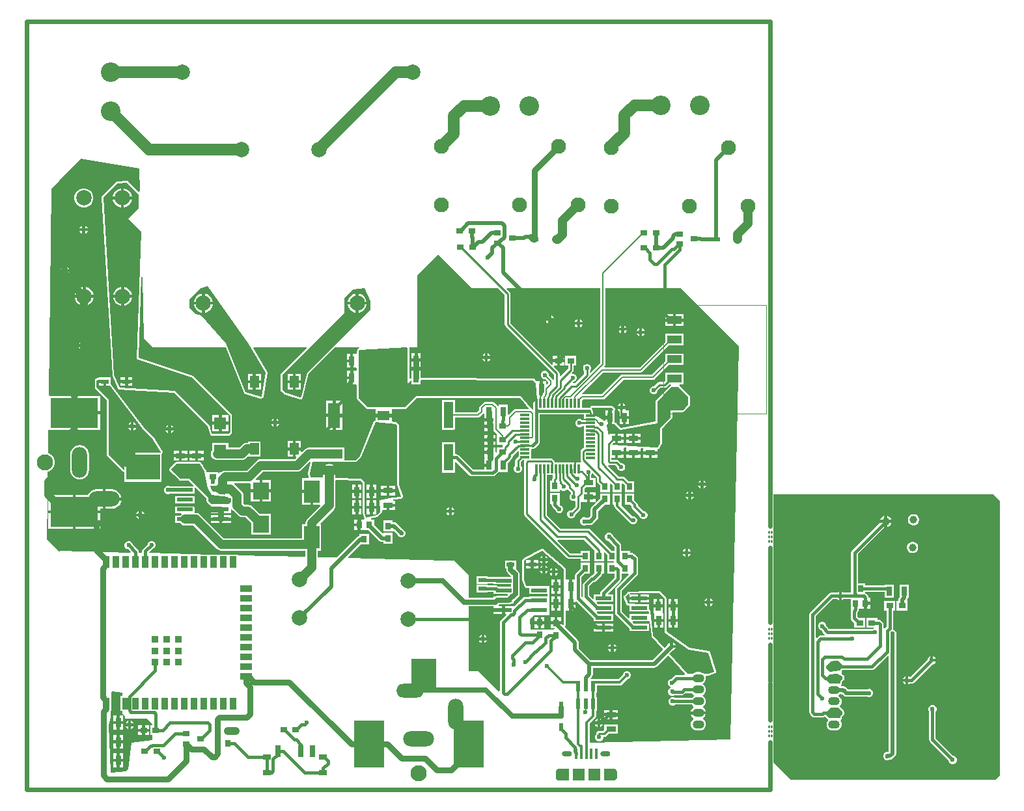
<source format=gtl>
G04*
G04 #@! TF.GenerationSoftware,Altium Limited,Altium Designer,21.6.1 (37)*
G04*
G04 Layer_Physical_Order=1*
G04 Layer_Color=255*
%FSLAX25Y25*%
%MOIN*%
G70*
G04*
G04 #@! TF.SameCoordinates,ED18229B-BDCB-4A3C-9D88-49826DFA0344*
G04*
G04*
G04 #@! TF.FilePolarity,Positive*
G04*
G01*
G75*
%ADD19C,0.01000*%
%ADD22C,0.02362*%
%ADD23C,0.00984*%
%ADD24C,0.00394*%
%ADD108R,0.02756X0.05118*%
%ADD109R,0.04724X0.01181*%
%ADD110R,0.01181X0.04724*%
%ADD111R,0.03150X0.03543*%
%ADD112R,0.03800X0.03100*%
%ADD113R,0.08268X0.01968*%
%ADD114R,0.05118X0.02756*%
%ADD115R,0.02362X0.05354*%
%ADD116R,0.02362X0.04134*%
%ADD117R,0.15354X0.24410*%
%ADD118R,0.12992X0.17323*%
%ADD119R,0.03100X0.03800*%
%ADD120R,0.07874X0.11811*%
%ADD121R,0.08346X0.08858*%
%ADD122R,0.04134X0.02362*%
%ADD123R,0.06299X0.06299*%
%ADD124R,0.03543X0.05906*%
%ADD125R,0.05906X0.03543*%
%ADD126R,0.03543X0.03543*%
%ADD127R,0.03543X0.03150*%
%ADD128R,0.03937X0.03150*%
%ADD129R,0.02756X0.05906*%
%ADD130R,0.03937X0.01968*%
%ADD131R,0.04724X0.13780*%
%ADD132R,0.13386X0.05118*%
%ADD133R,0.04724X0.05984*%
%ADD134R,0.07520X0.04095*%
%ADD135R,0.24410X0.15354*%
%ADD136R,0.17323X0.12992*%
%ADD137R,0.05906X0.06102*%
%ADD138R,0.01575X0.05315*%
%ADD139R,0.06299X0.04724*%
%ADD140R,0.06299X0.12992*%
%ADD141C,0.02500*%
%ADD142C,0.01500*%
%ADD143C,0.02000*%
%ADD144C,0.00800*%
%ADD145C,0.03000*%
%ADD146C,0.04000*%
%ADD147C,0.01470*%
%ADD148C,0.04500*%
%ADD149C,0.01300*%
%ADD150C,0.01100*%
%ADD151C,0.06000*%
%ADD152C,0.03937*%
%ADD153O,0.05906X0.04331*%
%ADD154C,0.08268*%
%ADD155O,0.15748X0.07874*%
%ADD156O,0.07874X0.15748*%
%ADD157O,0.14173X0.07087*%
%ADD158C,0.07874*%
%ADD159C,0.07677*%
%ADD160C,0.10039*%
%ADD161O,0.07087X0.14173*%
%ADD162O,0.03051X0.06102*%
%ADD163O,0.05118X0.02559*%
%ADD164C,0.02362*%
G36*
X55990Y317600D02*
X56343Y305707D01*
X55884Y305509D01*
X50554Y310838D01*
X50524Y310858D01*
X50503Y310886D01*
X50377Y310957D01*
X50256Y311037D01*
X50222Y311044D01*
X50190Y311061D01*
X50047Y311079D01*
X49905Y311107D01*
X49870Y311100D01*
X49835Y311104D01*
X44717Y310710D01*
X44578Y310671D01*
X44436Y310643D01*
X44406Y310624D01*
X44372Y310614D01*
X44258Y310525D01*
X44138Y310444D01*
X36992Y303298D01*
X36977Y303275D01*
X36954Y303258D01*
X36878Y303127D01*
X36794Y303001D01*
X36788Y302973D01*
X36774Y302948D01*
X36753Y302798D01*
X36724Y302650D01*
X36729Y302622D01*
X36725Y302594D01*
X42296Y211314D01*
X42337Y211159D01*
X42372Y211002D01*
X45128Y204703D01*
X45211Y204584D01*
X45284Y204459D01*
X45312Y204438D01*
X45332Y204410D01*
X45455Y204331D01*
X45571Y204244D01*
X45605Y204235D01*
X45634Y204217D01*
X45777Y204191D01*
X45917Y204155D01*
X73914Y202600D01*
X91210Y185303D01*
X92327Y181208D01*
X92353Y181155D01*
X92365Y181098D01*
X92432Y180996D01*
X92487Y180887D01*
X92531Y180849D01*
X92563Y180800D01*
X92665Y180732D01*
X92757Y180652D01*
X92813Y180634D01*
X92861Y180601D01*
X92981Y180578D01*
X93097Y180539D01*
X93155Y180543D01*
X93212Y180531D01*
X101874D01*
X102225Y180601D01*
X102523Y180800D01*
X103310Y181588D01*
X103509Y181885D01*
X103579Y182237D01*
Y190898D01*
X103509Y191249D01*
X103310Y191547D01*
X84019Y210838D01*
X83993Y210855D01*
X83974Y210880D01*
X83845Y210954D01*
X83721Y211037D01*
X83691Y211043D01*
X83664Y211058D01*
X55766Y220486D01*
X57142Y261881D01*
X57642Y261880D01*
X58580Y230240D01*
X62940Y225880D01*
X100331D01*
X109683Y202370D01*
X109715Y202320D01*
X109733Y202263D01*
X109811Y202171D01*
X109877Y202069D01*
X109926Y202035D01*
X109965Y201990D01*
X110072Y201935D01*
X110172Y201866D01*
X110230Y201854D01*
X110283Y201827D01*
X118188Y199568D01*
X118216Y199566D01*
X118243Y199554D01*
X118394Y199551D01*
X118545Y199539D01*
X118572Y199548D01*
X118601Y199547D01*
X118742Y199602D01*
X118886Y199648D01*
X118907Y199667D01*
X118934Y199677D01*
X119355Y199946D01*
X119376Y199966D01*
X119402Y199978D01*
X119505Y200090D01*
X119614Y200195D01*
X119625Y200221D01*
X119645Y200242D01*
X119697Y200384D01*
X119757Y200522D01*
X119758Y200551D01*
X119768Y200578D01*
X121678Y212804D01*
X121672Y212941D01*
X121679Y213079D01*
X121665Y213119D01*
X121663Y213161D01*
X121605Y213286D01*
X121559Y213416D01*
X114362Y225445D01*
X114609Y225880D01*
X141598D01*
X141789Y225418D01*
X128784Y212413D01*
X128585Y212115D01*
X128515Y211764D01*
Y203890D01*
X128585Y203539D01*
X128784Y203241D01*
X130359Y201666D01*
X130398Y201640D01*
X130428Y201604D01*
X130545Y201541D01*
X130657Y201467D01*
X130702Y201458D01*
X130744Y201436D01*
X138270Y199179D01*
X138282Y199177D01*
X138294Y199172D01*
X138460Y199160D01*
X138626Y199144D01*
X138638Y199148D01*
X138651Y199147D01*
X138809Y199201D01*
X138969Y199249D01*
X138978Y199257D01*
X138990Y199261D01*
X139424Y199510D01*
X139433Y199518D01*
X139445Y199523D01*
X139568Y199636D01*
X139694Y199746D01*
X139699Y199757D01*
X139708Y199765D01*
X139779Y199917D01*
X139853Y200066D01*
X139854Y200079D01*
X139859Y200090D01*
X142862Y212478D01*
X156264Y225880D01*
X168668D01*
X168675Y225851D01*
X168688Y225380D01*
X168687Y225380D01*
X168667Y225375D01*
X168652Y225371D01*
X168624Y225358D01*
X168573Y225351D01*
X168523Y225323D01*
X168468Y225309D01*
X168392Y225252D01*
X168371Y225245D01*
X168342Y225228D01*
X168312Y225202D01*
X168262Y225174D01*
X168224Y225141D01*
X168224Y225141D01*
X168195Y225124D01*
X167990Y224946D01*
X167955Y224900D01*
X167933Y224881D01*
X167913Y224855D01*
X167867Y224815D01*
X167831Y224769D01*
X167811Y224728D01*
X167743Y224652D01*
X167733Y224623D01*
X167713Y224598D01*
X167686Y224499D01*
X167664Y224460D01*
X167645Y224405D01*
X167636Y224344D01*
X167626Y224314D01*
X167622Y224285D01*
X167603Y224230D01*
X167551Y223858D01*
X167555Y223794D01*
X167542Y223732D01*
Y222679D01*
X167153Y222414D01*
X167042Y222414D01*
X165525D01*
Y218855D01*
Y215296D01*
X167042D01*
X167153Y215296D01*
X167542Y215030D01*
Y214018D01*
X167153Y213752D01*
X167042Y213752D01*
X165525D01*
Y210193D01*
Y206634D01*
X167042D01*
X167153Y206634D01*
X167542Y206368D01*
Y199600D01*
X167560Y199512D01*
X167560Y199421D01*
X167595Y199338D01*
X167612Y199249D01*
X167615Y199245D01*
X167615Y199245D01*
X167675Y199100D01*
X167676Y199095D01*
X167726Y199020D01*
X167761Y198936D01*
X167825Y198872D01*
X167875Y198797D01*
X167939Y198733D01*
X167939Y198733D01*
X172287Y194385D01*
X172362Y194335D01*
X172426Y194271D01*
X172510Y194236D01*
X172585Y194186D01*
X172590Y194185D01*
X172735Y194125D01*
X172739Y194122D01*
X172828Y194105D01*
X172911Y194070D01*
X173002Y194070D01*
X173090Y194052D01*
X176963D01*
Y191652D01*
X181113D01*
X185263D01*
Y194052D01*
X191900D01*
X191989Y194070D01*
X192079Y194070D01*
X192162Y194105D01*
X192251Y194122D01*
X192255Y194125D01*
X192255Y194125D01*
X192400Y194185D01*
X192405Y194186D01*
X192480Y194236D01*
X192563Y194271D01*
X192627Y194335D01*
X192703Y194385D01*
X195431Y197114D01*
X198160Y199842D01*
X250928D01*
X251650Y199001D01*
X255433Y194589D01*
X255224Y194135D01*
X248730D01*
X248222Y194034D01*
X247793Y193747D01*
X245310Y191264D01*
X244810Y191472D01*
Y196350D01*
X240254D01*
Y195633D01*
X239754Y195481D01*
X239604Y195705D01*
X237823Y197487D01*
X237393Y197774D01*
X236885Y197875D01*
X233218D01*
X232711Y197774D01*
X232281Y197487D01*
X230375Y195581D01*
X230088Y195151D01*
X229987Y194644D01*
Y193472D01*
X228858Y192342D01*
X217672D01*
Y198807D01*
X211148D01*
Y183227D01*
X217672D01*
Y189691D01*
X229407D01*
X229914Y189792D01*
X230344Y190079D01*
X232174Y191909D01*
X232474Y191845D01*
X232674Y191720D01*
Y189332D01*
X234302D01*
Y192891D01*
X235802D01*
Y189332D01*
X237341D01*
Y187961D01*
X236417D01*
Y185410D01*
Y182861D01*
X237668D01*
X237730Y182768D01*
X239223Y181274D01*
X239167Y180774D01*
X239167D01*
Y175874D01*
X241957D01*
X242216Y175374D01*
X242048Y175123D01*
X241939Y174577D01*
X241452Y174475D01*
X239167D01*
Y171950D01*
X239067Y171883D01*
X238567Y172150D01*
Y174575D01*
X236417D01*
Y172025D01*
X235667D01*
Y171275D01*
X232767D01*
Y169475D01*
X232838D01*
X233194Y168975D01*
X233166Y168891D01*
X232674D01*
Y166082D01*
X235052D01*
Y164582D01*
X232674D01*
Y163005D01*
X227010D01*
X219462Y170553D01*
X218916Y170917D01*
X218272Y171046D01*
X217672D01*
Y177153D01*
X211148D01*
Y161574D01*
X217672D01*
Y166931D01*
X218134Y167122D01*
X225123Y160133D01*
X225669Y159768D01*
X226313Y159640D01*
X226313Y159640D01*
X237030D01*
X237674Y159768D01*
X238220Y160133D01*
X239808Y161721D01*
X239808Y161721D01*
X240254Y161873D01*
X240254Y161873D01*
X240254Y161873D01*
X244810D01*
Y166556D01*
X246088Y167834D01*
X246088Y167834D01*
X246902Y168648D01*
X247245Y169160D01*
X247365Y169765D01*
Y170140D01*
X249832Y172607D01*
X250293Y172415D01*
Y169994D01*
X248921Y168621D01*
X248611Y168158D01*
X248503Y167612D01*
X248503Y167612D01*
Y165116D01*
X248166Y164779D01*
X247849Y164014D01*
Y163186D01*
X248166Y162421D01*
X248751Y161836D01*
X249516Y161519D01*
X250344D01*
X251109Y161836D01*
X251694Y162421D01*
X252011Y163186D01*
Y164014D01*
X251694Y164779D01*
X251357Y165116D01*
Y167020D01*
X252312Y167975D01*
X252941D01*
X253208Y167475D01*
X253111Y167331D01*
X253003Y166784D01*
X253003Y166784D01*
Y140530D01*
X253003Y140530D01*
X253111Y139984D01*
X253421Y139521D01*
X275132Y117809D01*
X275132Y117809D01*
X275595Y117500D01*
X276141Y117391D01*
X281971D01*
Y116019D01*
X286871D01*
Y121619D01*
X281971D01*
Y120246D01*
X276732D01*
X270190Y126789D01*
X270397Y127289D01*
X283833D01*
X289188Y121934D01*
X289058Y121619D01*
X289058D01*
Y116019D01*
X293958D01*
Y120739D01*
X294420Y120931D01*
X295751Y119600D01*
Y116018D01*
X299128D01*
X299234Y115818D01*
X298933Y115318D01*
X295751D01*
Y109718D01*
X299568D01*
Y107845D01*
X292582Y100858D01*
X292217Y100312D01*
X292089Y99669D01*
Y99069D01*
X288738D01*
Y97101D01*
X288276Y96910D01*
X286512Y98673D01*
Y103293D01*
X288537Y105318D01*
X289148Y105439D01*
X289694Y105804D01*
X292697Y108808D01*
X292697Y108808D01*
X293062Y109354D01*
X293135Y109719D01*
X293958D01*
Y115319D01*
X289058D01*
Y109927D01*
X287801Y108669D01*
X287190Y108548D01*
X286644Y108183D01*
X283640Y105180D01*
X283276Y104634D01*
X283148Y103990D01*
Y98000D01*
X283090Y97944D01*
X282689Y97717D01*
X282492Y97862D01*
Y108211D01*
X284000Y109719D01*
X286871D01*
Y115319D01*
X281971D01*
Y112448D01*
X279620Y110097D01*
X279256Y109552D01*
X279128Y108908D01*
Y106629D01*
X277691D01*
Y103070D01*
X276191D01*
Y106629D01*
X274563D01*
X274368Y107048D01*
Y112138D01*
X274361Y112173D01*
X274365Y112209D01*
X274326Y112347D01*
X274298Y112489D01*
X274278Y112519D01*
X274268Y112553D01*
X274179Y112667D01*
X274099Y112787D01*
X274069Y112806D01*
X274047Y112835D01*
X263084Y122223D01*
X263083Y122224D01*
X263082Y122225D01*
X262926Y122312D01*
X262772Y122398D01*
X262770Y122398D01*
X262769Y122399D01*
X262592Y122420D01*
X262417Y122441D01*
X262415Y122440D01*
X262413Y122441D01*
X262241Y122392D01*
X262072Y122344D01*
X262070Y122343D01*
X262069Y122343D01*
X253123Y117758D01*
X253011Y117670D01*
X252893Y117591D01*
X252361Y117059D01*
X252162Y116761D01*
X252092Y116410D01*
Y106820D01*
X252123Y106668D01*
X252145Y106515D01*
X253314Y103195D01*
X253327Y103173D01*
X253332Y103149D01*
X253418Y103020D01*
X253497Y102887D01*
X253517Y102872D01*
X253531Y102851D01*
X253660Y102765D01*
X253784Y102672D01*
X253808Y102666D01*
X253829Y102652D01*
X253981Y102622D01*
X254131Y102584D01*
X254155Y102587D01*
X254180Y102582D01*
X255863D01*
Y99355D01*
X265012D01*
Y98124D01*
X255863D01*
Y97922D01*
X253764D01*
X253120Y97794D01*
X252574Y97429D01*
X248180Y93035D01*
X247724Y93224D01*
Y93224D01*
X243340D01*
Y91240D01*
Y89255D01*
X243747D01*
X243938Y88793D01*
X241100Y85955D01*
X240736Y85410D01*
X240608Y84766D01*
Y49636D01*
X240146Y49444D01*
X229700Y59890D01*
X224830D01*
Y93038D01*
X237456D01*
Y91990D01*
X241840D01*
Y93224D01*
X240146D01*
X240042Y93692D01*
X240373Y94047D01*
X245208D01*
X246047Y94214D01*
X246258Y94355D01*
X247624D01*
Y95555D01*
X248311Y96242D01*
X248339Y96248D01*
X249050Y96723D01*
X250224Y97898D01*
X250699Y98609D01*
X250866Y99448D01*
Y109364D01*
X250699Y110203D01*
X250224Y110915D01*
X249062Y112076D01*
X249199Y112407D01*
X249199D01*
Y116569D01*
X246790D01*
X246232Y116680D01*
X245674Y116569D01*
X243265D01*
Y112407D01*
X244040D01*
Y111806D01*
X244207Y110968D01*
X244682Y110257D01*
X246315Y108624D01*
X246108Y108124D01*
X237556D01*
Y108099D01*
X234534D01*
Y108301D01*
X228797D01*
Y104533D01*
X234534D01*
Y104734D01*
X237556D01*
Y104355D01*
X246482D01*
Y103124D01*
X242645D01*
X242325Y103188D01*
X239872D01*
X239784Y103276D01*
X239238Y103640D01*
X238594Y103768D01*
X234534D01*
Y103970D01*
X228797D01*
Y100202D01*
X234534D01*
Y100404D01*
X237556D01*
Y99355D01*
X244571D01*
X244762Y98893D01*
X244300Y98432D01*
X239441D01*
X238602Y98265D01*
X238391Y98124D01*
X237556D01*
Y97456D01*
X237523Y97422D01*
X224830D01*
Y109150D01*
X217390Y116590D01*
X213000D01*
X163189Y117818D01*
X163003Y118282D01*
X169387Y124666D01*
X173697D01*
Y130010D01*
X168748D01*
Y129162D01*
X168578Y129128D01*
X167949Y128708D01*
X157207Y117965D01*
X147571Y118203D01*
Y121494D01*
X149231D01*
Y135105D01*
X148940D01*
X148749Y135567D01*
X155657Y142475D01*
X155657Y142475D01*
X156161Y143133D01*
X156479Y143899D01*
X156587Y144721D01*
Y157525D01*
X156947Y157873D01*
X169386Y157426D01*
X170382Y156430D01*
Y140950D01*
X170412Y140803D01*
X170431Y140655D01*
X171313Y138059D01*
X171195Y137822D01*
X171063Y137643D01*
X170987Y137590D01*
X170848Y137590D01*
X169413D01*
Y134818D01*
Y132047D01*
X170848D01*
X171238Y132047D01*
X171697Y132147D01*
X173517D01*
X179130Y126533D01*
X179759Y126113D01*
X180500Y125966D01*
X180977D01*
Y125103D01*
X185877D01*
Y130703D01*
X180977D01*
Y130703D01*
X180597Y130546D01*
X176257Y134886D01*
Y137490D01*
X174773D01*
X174711Y137986D01*
X177824Y138770D01*
X177885Y138799D01*
X177951Y138812D01*
X178045Y138875D01*
X178148Y138924D01*
X178193Y138974D01*
X178249Y139011D01*
X180099Y140861D01*
X180122Y140895D01*
X180154Y140921D01*
X180220Y141043D01*
X180298Y141159D01*
X180306Y141199D01*
X180325Y141235D01*
X180341Y141374D01*
X180368Y141510D01*
X180360Y141550D01*
X180364Y141591D01*
X180318Y142111D01*
X180656Y142480D01*
X182677D01*
Y144858D01*
X183427D01*
Y145608D01*
X186986D01*
Y147236D01*
X186058D01*
X186012Y147734D01*
X186378Y147801D01*
X189979Y148157D01*
X190031Y148173D01*
X190085Y148174D01*
X190201Y148224D01*
X190322Y148261D01*
X190363Y148296D01*
X190413Y148317D01*
X190501Y148408D01*
X190598Y148488D01*
X190624Y148536D01*
X190661Y148575D01*
X190931Y148996D01*
X190951Y149047D01*
X190983Y149090D01*
X191015Y149212D01*
X191061Y149330D01*
X191060Y149384D01*
X191074Y149436D01*
X191057Y149562D01*
X191055Y149688D01*
X191033Y149737D01*
X191025Y149791D01*
X189148Y155224D01*
Y185770D01*
X189078Y186121D01*
X188879Y186419D01*
X188029Y187269D01*
X187731Y187468D01*
X187380Y187538D01*
X187157Y187493D01*
X185263Y187643D01*
Y190152D01*
X181113D01*
X176963D01*
Y188269D01*
X176924Y188261D01*
X176782Y188245D01*
X176750Y188226D01*
X176714Y188219D01*
X176595Y188140D01*
X176470Y188070D01*
X176447Y188041D01*
X176416Y188020D01*
X176337Y187901D01*
X176248Y187789D01*
X176238Y187753D01*
X176217Y187722D01*
X169012Y170290D01*
X166630Y167908D01*
X161003D01*
Y174603D01*
X145817D01*
Y174321D01*
X142861D01*
X142861Y174321D01*
X142039Y174213D01*
X141272Y173895D01*
X140614Y173390D01*
X140614Y173390D01*
X139288Y172064D01*
X138826Y172255D01*
Y172947D01*
X136214D01*
Y169705D01*
X136275D01*
X136467Y169243D01*
X135683Y168459D01*
X118236D01*
X118236Y168459D01*
X117414Y168351D01*
X116648Y168033D01*
X115990Y167528D01*
X115990Y167528D01*
X111058Y162597D01*
X99940D01*
X99940Y162597D01*
X99118Y162489D01*
X98351Y162171D01*
X97958Y161870D01*
X97140D01*
Y161366D01*
X96940Y161217D01*
X96440Y161468D01*
Y161870D01*
X90840D01*
Y161870D01*
X90455Y161836D01*
X90389Y162215D01*
X90325Y162378D01*
X90263Y162542D01*
X88892Y164733D01*
Y165080D01*
X88675D01*
X87758Y166547D01*
X87687Y166622D01*
X87629Y166709D01*
X87565Y166752D01*
X87512Y166807D01*
X87418Y166850D01*
X87331Y166908D01*
X87256Y166923D01*
X87186Y166954D01*
X87082Y166957D01*
X86980Y166978D01*
X75220D01*
X74869Y166908D01*
X74571Y166709D01*
X71751Y163889D01*
X71552Y163591D01*
X71482Y163240D01*
X71552Y162889D01*
X71751Y162591D01*
X73576Y160767D01*
X73706Y160596D01*
Y160524D01*
X73779D01*
X73949Y160393D01*
X76531Y157811D01*
X76829Y157612D01*
X77180Y157542D01*
X81360D01*
X83886Y155016D01*
X83695Y154554D01*
X79773D01*
X79506Y154607D01*
X71636D01*
X71264Y154761D01*
X70436D01*
X69671Y154444D01*
X69086Y153859D01*
X68769Y153094D01*
Y152266D01*
X69086Y151501D01*
X69671Y150916D01*
X70436Y150599D01*
X71264D01*
X71587Y150733D01*
X79506D01*
X79773Y150786D01*
X84540D01*
Y153709D01*
X85002Y153900D01*
X90522Y148380D01*
Y147070D01*
X90592Y146719D01*
X90791Y146421D01*
X92341Y144871D01*
X92639Y144672D01*
X92657Y144668D01*
X92679Y144655D01*
X92680Y144654D01*
Y143420D01*
X97814D01*
Y142670D01*
X98564D01*
Y140686D01*
X102947D01*
Y142951D01*
X103447Y143051D01*
X103498Y142927D01*
X104003Y142269D01*
X106639Y139633D01*
X106639Y139633D01*
X107298Y139128D01*
X108064Y138811D01*
X108886Y138703D01*
X110521D01*
X113336Y135887D01*
Y129722D01*
X123482D01*
Y140381D01*
X117829D01*
X114083Y144127D01*
X113425Y144632D01*
X112659Y144949D01*
X111837Y145057D01*
X111836Y145057D01*
X110202D01*
X109427Y145832D01*
Y149745D01*
X109427Y149745D01*
X109319Y150567D01*
X109002Y151333D01*
X108497Y151991D01*
X108497Y151991D01*
X104971Y155517D01*
X104677Y155743D01*
X104846Y156243D01*
X112374D01*
X112374Y156243D01*
X112736Y156290D01*
X113236Y155852D01*
Y153006D01*
X117659D01*
Y157685D01*
X115786D01*
X115595Y158147D01*
X119553Y162105D01*
X136999D01*
X136999Y162105D01*
X137821Y162213D01*
X138587Y162530D01*
X139245Y163035D01*
X143399Y167189D01*
X143851Y166934D01*
X142509Y161479D01*
X142507Y161440D01*
X142494Y161404D01*
X142499Y161263D01*
X142493Y161122D01*
X142506Y161085D01*
X142508Y161046D01*
X142920Y159327D01*
X142595Y158855D01*
X142538Y158827D01*
X139456D01*
Y152672D01*
X144394D01*
Y151921D01*
X145143D01*
Y145016D01*
X148558D01*
X148749Y144554D01*
X142147Y137952D01*
X141642Y137294D01*
X141324Y136527D01*
X141216Y135705D01*
X141216Y135705D01*
Y135105D01*
X139556D01*
Y127947D01*
X99356D01*
X87387Y139917D01*
X86729Y140421D01*
X85963Y140739D01*
X85140Y140847D01*
X85140Y140847D01*
X84540D01*
Y144554D01*
X74473D01*
Y140786D01*
X77571D01*
X77741Y140286D01*
X77260Y139917D01*
X76982Y139554D01*
X74473D01*
Y135786D01*
X76982D01*
X77260Y135423D01*
X77918Y134918D01*
X78684Y134601D01*
X79506Y134493D01*
X83824D01*
X95794Y122523D01*
X95794Y122523D01*
X96452Y122019D01*
X97218Y121701D01*
X98040Y121593D01*
X139556D01*
Y121494D01*
X141216D01*
Y118718D01*
X140858Y118369D01*
X106908Y119206D01*
Y119554D01*
X92788D01*
X61296Y120330D01*
X61094Y120835D01*
X62698Y122439D01*
X62814D01*
X63579Y122756D01*
X64164Y123341D01*
X64481Y124106D01*
Y124934D01*
X64164Y125699D01*
X63579Y126284D01*
X62814Y126601D01*
X61986D01*
X61221Y126284D01*
X60636Y125699D01*
X60319Y124934D01*
Y124818D01*
X58046Y122546D01*
X57682Y122000D01*
X57554Y121356D01*
Y120780D01*
X57196Y120431D01*
X56234Y120455D01*
X55918Y120814D01*
X55790Y121458D01*
X55426Y122004D01*
X52751Y124678D01*
Y124794D01*
X52434Y125559D01*
X51849Y126144D01*
X51084Y126461D01*
X50256D01*
X49491Y126144D01*
X48906Y125559D01*
X48589Y124794D01*
Y123966D01*
X48906Y123201D01*
X49491Y122616D01*
X50256Y122299D01*
X50372D01*
X51638Y121033D01*
X51441Y120573D01*
X15470Y121460D01*
X15220Y121210D01*
X8810Y127620D01*
X9067Y148032D01*
X9567Y148029D01*
Y142246D01*
X22022D01*
Y150173D01*
X9595D01*
X9095Y150241D01*
X9245Y162063D01*
X9755Y162199D01*
X10902Y162862D01*
X11840Y163799D01*
X12502Y164947D01*
X12845Y166227D01*
Y167553D01*
X12502Y168833D01*
X11840Y169981D01*
X10902Y170918D01*
X9755Y171581D01*
X9366Y171685D01*
X9516Y183607D01*
X9567Y183607D01*
Y183607D01*
X22022D01*
Y192284D01*
Y200961D01*
X10091D01*
X9740Y201317D01*
X11075Y307175D01*
X14960Y311060D01*
X26250Y322350D01*
X55990Y317600D01*
D02*
G37*
G36*
X292085Y217743D02*
X287208Y212867D01*
X286746Y213058D01*
Y213603D01*
X287104Y213961D01*
X287421Y214726D01*
Y215554D01*
X287104Y216319D01*
X286519Y216904D01*
X285754Y217221D01*
X284926D01*
X284161Y216904D01*
X283576Y216319D01*
X283259Y215554D01*
Y214726D01*
X283576Y213961D01*
X283892Y213645D01*
Y212170D01*
X279098Y207377D01*
X278297D01*
X278048Y207877D01*
X278217Y208099D01*
X278484D01*
X279249Y208416D01*
X279834Y209001D01*
X280151Y209766D01*
Y210594D01*
X279834Y211359D01*
X279249Y211944D01*
X278484Y212261D01*
X277787D01*
X277560Y212649D01*
X277542Y212723D01*
X278049Y213231D01*
X278049Y213231D01*
X278359Y213694D01*
X278467Y214240D01*
Y216490D01*
X279840D01*
Y221390D01*
X274240D01*
Y216490D01*
X275613D01*
Y214831D01*
X271779Y210998D01*
X271317Y211189D01*
Y212300D01*
X271317Y212300D01*
X271209Y212846D01*
X270899Y213309D01*
X270899Y213309D01*
X268319Y215890D01*
X268526Y216390D01*
X269990D01*
Y218190D01*
X267840D01*
Y217076D01*
X267340Y216869D01*
X246097Y238111D01*
Y253176D01*
X245989Y253722D01*
X245679Y254185D01*
X245679Y254185D01*
X244166Y255698D01*
X244358Y256160D01*
X292085D01*
Y217743D01*
D02*
G37*
G36*
X226370Y256160D02*
X239667D01*
X243243Y252584D01*
Y237520D01*
X243243Y237520D01*
X243351Y236974D01*
X243661Y236511D01*
X268463Y211709D01*
Y209157D01*
X267965Y209097D01*
X267677Y209527D01*
X265811Y211393D01*
Y212014D01*
X265494Y212779D01*
X264909Y213364D01*
X264144Y213681D01*
X263316D01*
X262551Y213364D01*
X261966Y212779D01*
X261649Y212014D01*
Y211186D01*
X261966Y210421D01*
X262551Y209836D01*
X263316Y209519D01*
X263937D01*
X265415Y208041D01*
Y207289D01*
X264800Y206675D01*
X264338Y206866D01*
Y208339D01*
X262710D01*
Y204780D01*
X261210D01*
Y208339D01*
X259582D01*
X259582Y208339D01*
Y208339D01*
X259180Y208568D01*
X258677Y209337D01*
X258675Y209339D01*
X258628Y209411D01*
X258628Y209411D01*
X258628Y209411D01*
X258566Y209475D01*
X258563Y209478D01*
X258561Y209480D01*
X258515Y209551D01*
X258512Y209553D01*
X258510Y209555D01*
X258440Y209603D01*
X258378Y209666D01*
X258378Y209666D01*
X258378Y209666D01*
X258377Y209667D01*
X258294Y209702D01*
X258220Y209753D01*
X258219Y209753D01*
X258216Y209754D01*
X258213Y209756D01*
X258127Y209773D01*
X258047Y209807D01*
X257958Y209808D01*
X257956Y209808D01*
X257955Y209809D01*
X257953Y209809D01*
X257952D01*
X257869Y209827D01*
X257866Y209826D01*
X257862Y209827D01*
X257776Y209827D01*
X257776Y209827D01*
X257773Y209828D01*
X257770Y209828D01*
X257770Y209828D01*
X200481Y210029D01*
X200471Y210043D01*
X200223Y210488D01*
Y213752D01*
X198595D01*
Y210193D01*
X197095D01*
Y213752D01*
X195467D01*
Y210301D01*
X195466Y210296D01*
X195363Y210106D01*
X195111Y209892D01*
X195009Y209858D01*
X194928Y209835D01*
X194869Y209832D01*
X194815Y209806D01*
X194798Y209802D01*
X194379Y210016D01*
X194298Y210115D01*
Y225157D01*
X194285Y225221D01*
X194289Y225287D01*
X194279Y225354D01*
X194283Y225394D01*
X194459Y225725D01*
X194596Y225841D01*
X194667Y225880D01*
X198410D01*
Y262580D01*
X209180Y273350D01*
X226370Y256160D01*
D02*
G37*
G36*
X112178Y227308D02*
X120771Y212945D01*
X118861Y200720D01*
X118440Y200450D01*
X110535Y202709D01*
X100581Y227735D01*
X87676Y242079D01*
X84945Y242866D01*
X81795Y246016D01*
Y250347D01*
X87676Y256228D01*
X91116Y256992D01*
X112178Y227308D01*
D02*
G37*
G36*
X174315Y249559D02*
Y245229D01*
X159354Y230268D01*
X142031Y212945D01*
X138967Y200306D01*
X138533Y200057D01*
X131008Y202315D01*
X129433Y203890D01*
Y211764D01*
X160929Y243260D01*
Y250740D01*
X165588Y255399D01*
X171559Y256252D01*
X174315Y249559D01*
D02*
G37*
G36*
X192978Y225764D02*
X193070Y225711D01*
X193110Y225673D01*
X193358Y225408D01*
X193361Y225388D01*
X193370Y225303D01*
X193367Y225251D01*
X193380Y225157D01*
Y210115D01*
Y207271D01*
X195026Y208917D01*
X195029Y208918D01*
X195079Y208943D01*
X195099Y208943D01*
X195406Y208762D01*
X195478Y208704D01*
X195509Y208669D01*
X195527Y208638D01*
X195568Y208565D01*
Y206734D01*
X200123D01*
Y208759D01*
X200478Y209112D01*
X257767Y208910D01*
X257767Y208910D01*
X257770Y208910D01*
X257772Y208910D01*
X257858Y208909D01*
X257859Y208909D01*
X257860Y208908D01*
X257908Y208836D01*
X257909Y208834D01*
X259085Y207038D01*
X259918Y199024D01*
X259542Y198589D01*
X259461Y198605D01*
X258856Y198485D01*
X258344Y198142D01*
X258001Y197629D01*
X257881Y197025D01*
Y194261D01*
X257825Y193979D01*
X257291Y193833D01*
X252346Y199598D01*
X251350Y200760D01*
X197780D01*
X197511Y200491D01*
X197511Y200491D01*
X194783Y197763D01*
X192054Y195034D01*
X192049Y195033D01*
X191904Y194973D01*
X191900Y194970D01*
X173090D01*
X173086Y194973D01*
X172941Y195033D01*
X172936Y195034D01*
X168588Y199382D01*
X168588Y199382D01*
X168524Y199446D01*
X168523Y199451D01*
X168463Y199596D01*
X168460Y199600D01*
Y206368D01*
Y223732D01*
X168511Y224104D01*
X168531Y224159D01*
X168535Y224188D01*
X168556Y224207D01*
X168592Y224253D01*
X168797Y224432D01*
X168826Y224448D01*
X168864Y224481D01*
X168878Y224482D01*
X168894Y224486D01*
X168894Y224486D01*
X168894D01*
X168914Y224491D01*
X168946Y224506D01*
X192927Y225781D01*
X192978Y225764D01*
D02*
G37*
G36*
X283758Y190544D02*
X283658D01*
Y188413D01*
X283020D01*
X282639Y188794D01*
X281874Y189111D01*
X281046D01*
X280281Y188794D01*
X279696Y188209D01*
X279379Y187444D01*
Y186616D01*
X279696Y185851D01*
X280281Y185266D01*
X281046Y184949D01*
X281874D01*
X282639Y185266D01*
X282931Y185558D01*
X283758D01*
Y183526D01*
Y179589D01*
Y174501D01*
X283330Y174215D01*
X283330Y174215D01*
X282449Y173334D01*
X282139Y172871D01*
X282031Y172325D01*
X282031Y172325D01*
Y168181D01*
X282031Y168181D01*
X282139Y167635D01*
X282348Y167322D01*
X282173Y166900D01*
X282093Y166822D01*
X280737D01*
Y166922D01*
X279896D01*
Y166823D01*
X279624D01*
Y163560D01*
X278678D01*
X278668Y163608D01*
Y166823D01*
X278396D01*
Y166922D01*
X277556D01*
Y166822D01*
X268755D01*
X268654Y167331D01*
X268344Y167794D01*
X268344Y167794D01*
X267759Y168379D01*
X267296Y168689D01*
X266749Y168797D01*
X266749Y168797D01*
X256818D01*
Y173414D01*
X257204Y173731D01*
X257418Y173689D01*
X258062Y173817D01*
X258608Y174181D01*
X260651Y176225D01*
X260651Y176225D01*
X261016Y176771D01*
X261143Y177414D01*
X261143Y177415D01*
Y191480D01*
X283758D01*
Y190544D01*
D02*
G37*
G36*
X337022Y200558D02*
X337022Y200558D01*
X337086Y200494D01*
X337087Y200489D01*
X337147Y200344D01*
X337150Y200340D01*
Y196611D01*
X337150Y196611D01*
Y196611D01*
X337150Y196610D01*
Y196520D01*
X337150Y196520D01*
X337147Y196516D01*
X337091Y196381D01*
X337090Y196378D01*
X337088Y196375D01*
X337088Y196373D01*
X337087Y196369D01*
X337086Y196366D01*
X337086Y196366D01*
X335595Y194875D01*
X334331Y193611D01*
X333880Y193480D01*
X328120D01*
Y189930D01*
X328120Y189930D01*
X328117Y189926D01*
X328064Y189797D01*
X328063Y189793D01*
X328061Y189790D01*
X328057Y189782D01*
X328056Y189777D01*
X328056Y189776D01*
X328056Y189776D01*
X327992Y189712D01*
X327992Y189712D01*
X325574Y187294D01*
X325574Y187294D01*
X324302Y186022D01*
X322760Y184480D01*
Y176608D01*
X322759Y176604D01*
X322753Y176553D01*
X322753Y176551D01*
X322733Y176504D01*
X322733Y176504D01*
X322733Y176504D01*
X322732Y176502D01*
X322730Y176496D01*
X322730Y176496D01*
X321747Y174718D01*
X321747Y174718D01*
X321704Y174639D01*
X321665Y174593D01*
X321649Y174580D01*
X321629Y174573D01*
X321570Y174564D01*
X313689Y174949D01*
X298471Y175692D01*
X298291Y176159D01*
X298866Y176733D01*
X299656D01*
Y179111D01*
Y181489D01*
X296847D01*
Y180724D01*
X296347Y180674D01*
X295275Y185914D01*
X295591Y186301D01*
X296020D01*
Y188860D01*
X294642D01*
Y188223D01*
X294203Y187984D01*
X291013Y190050D01*
X290282D01*
Y190444D01*
X288747D01*
X288429Y190831D01*
X288448Y190922D01*
Y192577D01*
X288339Y193123D01*
X288034Y193580D01*
X287989Y193806D01*
X287624Y194352D01*
X287789Y194728D01*
X287828Y194790D01*
X287841Y194802D01*
X287867Y194815D01*
X287897Y194823D01*
X287964Y194826D01*
X287983Y194830D01*
X297739D01*
X297740Y194830D01*
X297830D01*
X297830Y194830D01*
X297834Y194827D01*
X297969Y194771D01*
X297974Y194770D01*
X297978Y194767D01*
X297979Y194767D01*
X297984Y194766D01*
X298767Y193983D01*
X298767Y193983D01*
X298769Y193974D01*
Y193951D01*
X298785Y193870D01*
X298795Y193847D01*
Y193845D01*
X298794Y193841D01*
X298751Y193775D01*
X298746Y193763D01*
X298529Y193429D01*
X298525Y193419D01*
X298020D01*
Y189860D01*
Y186301D01*
X299320D01*
X299321Y186301D01*
X299321D01*
X299321Y186301D01*
X299398Y186298D01*
X299472Y186281D01*
X299486Y186281D01*
X299808Y186206D01*
X299850Y186189D01*
X299888Y186162D01*
X302530Y183520D01*
X313627Y185529D01*
X314971Y185772D01*
X321270Y186912D01*
Y197869D01*
X321270Y197870D01*
Y197960D01*
X321270Y197960D01*
X321273Y197964D01*
X321329Y198099D01*
X321330Y198104D01*
X321333Y198108D01*
X321333Y198109D01*
X321334Y198114D01*
X323469Y200249D01*
X323469Y200249D01*
X324761Y201541D01*
X328579Y205359D01*
X328579Y205359D01*
X328635Y205415D01*
X328635Y205415D01*
X328699Y205458D01*
X328707Y205465D01*
X328717Y205473D01*
X328725Y205480D01*
X332016Y205564D01*
X337022Y200558D01*
D02*
G37*
G36*
X55811Y304284D02*
Y297197D01*
X50299Y291685D01*
X56992Y284992D01*
X54826Y219835D01*
X83370Y210189D01*
X102661Y190898D01*
Y182237D01*
X101874Y181449D01*
X93212D01*
X92031Y185780D01*
X74315Y203496D01*
X45968Y205071D01*
X43212Y211370D01*
X37641Y302650D01*
X44787Y309795D01*
X49905Y310189D01*
X55811Y304284D01*
D02*
G37*
G36*
X363120Y226390D02*
X358690Y24950D01*
X287035Y22977D01*
X286677Y23326D01*
Y32838D01*
X289519Y35680D01*
X289880Y36221D01*
X290007Y36859D01*
Y39391D01*
X290421D01*
Y46545D01*
X290007D01*
Y48643D01*
X290421D01*
Y52495D01*
X302172D01*
X302810Y52622D01*
X303351Y52984D01*
X306036Y55669D01*
X306174D01*
X306939Y55986D01*
X307524Y56571D01*
X307841Y57336D01*
Y58164D01*
X307524Y58929D01*
X306939Y59514D01*
X306174Y59831D01*
X305346D01*
X304581Y59514D01*
X303996Y58929D01*
X303679Y58164D01*
Y58026D01*
X301482Y55829D01*
X288786D01*
X288625Y55797D01*
X287393D01*
X287202Y56259D01*
X287798Y56855D01*
X288218Y57484D01*
X288365Y58225D01*
Y61595D01*
X319682D01*
X320423Y61742D01*
X321052Y62162D01*
X326619Y67730D01*
X327119Y67714D01*
X335403Y58345D01*
X335198Y57889D01*
X331237D01*
X330593Y57761D01*
X330047Y57396D01*
X330047Y57396D01*
X328522Y55871D01*
X328406D01*
X327641Y55554D01*
X327056Y54969D01*
X326739Y54204D01*
Y53376D01*
X327056Y52611D01*
X327641Y52026D01*
X328226Y51783D01*
X328238Y51247D01*
X327821Y51074D01*
X327236Y50489D01*
X326919Y49724D01*
Y48896D01*
X327236Y48131D01*
X327821Y47546D01*
X328586Y47229D01*
X329414D01*
X330179Y47546D01*
X330181Y47548D01*
X333923D01*
X334567Y47676D01*
X335113Y48040D01*
X335691Y48619D01*
X338950D01*
X339336Y48115D01*
X339977Y47624D01*
X340037Y47598D01*
Y47098D01*
X339977Y47073D01*
X339336Y46582D01*
X338950Y46078D01*
X330370D01*
X329614Y46391D01*
X328786D01*
X328021Y46074D01*
X327436Y45489D01*
X327119Y44724D01*
Y43896D01*
X327436Y43131D01*
X328021Y42546D01*
X328786Y42229D01*
X329614D01*
X330379Y42546D01*
X330546Y42713D01*
X338950D01*
X339336Y42209D01*
X339893Y41782D01*
X339916Y41412D01*
X339878Y41218D01*
X339265Y40748D01*
X338758Y40086D01*
X338439Y39316D01*
X338429Y39240D01*
X342310D01*
X346191D01*
X346181Y39316D01*
X345862Y40086D01*
X345355Y40748D01*
X344742Y41218D01*
X344704Y41412D01*
X344727Y41782D01*
X345284Y42209D01*
X345775Y42850D01*
X346084Y43595D01*
X346189Y44396D01*
X346084Y45196D01*
X345775Y45941D01*
X345284Y46582D01*
X344643Y47073D01*
X344583Y47098D01*
Y47598D01*
X344643Y47624D01*
X345284Y48115D01*
X345775Y48755D01*
X346084Y49501D01*
X346189Y50301D01*
X346084Y51101D01*
X345775Y51847D01*
X345284Y52487D01*
X344643Y52979D01*
X344583Y53004D01*
Y53504D01*
X344643Y53529D01*
X345284Y54020D01*
X345775Y54661D01*
X346084Y55406D01*
X346189Y56207D01*
X346098Y56902D01*
X346389Y57402D01*
X347580D01*
X347748Y57436D01*
X347918Y57467D01*
X350898Y58647D01*
X351018Y58724D01*
X351144Y58792D01*
X351167Y58821D01*
X351199Y58841D01*
X351280Y58959D01*
X351370Y59069D01*
X351381Y59105D01*
X351402Y59136D01*
X351432Y59275D01*
X351473Y59412D01*
X351470Y59449D01*
X351478Y59486D01*
X351452Y59626D01*
X351438Y59768D01*
X348458Y69518D01*
X348387Y69649D01*
X348326Y69785D01*
X348303Y69806D01*
X348288Y69834D01*
X348173Y69928D01*
X348064Y70029D01*
X348035Y70041D01*
X348011Y70060D01*
X347868Y70103D01*
X347729Y70155D01*
X337699Y71807D01*
X325978Y79979D01*
Y97120D01*
X325908Y97471D01*
X325709Y97769D01*
X322959Y100519D01*
X322661Y100718D01*
X322310Y100788D01*
X316130D01*
X316121Y100786D01*
X316112Y100787D01*
X307138Y100612D01*
X306975Y100576D01*
X306811Y100545D01*
X306800Y100538D01*
X306788Y100535D01*
X306676Y100457D01*
X306673Y100456D01*
X306669Y100452D01*
X306651Y100440D01*
X306600Y100406D01*
X306579Y100410D01*
X306563Y100407D01*
X306547Y100410D01*
X306388Y100372D01*
X306228Y100340D01*
X306214Y100331D01*
X306198Y100328D01*
X306066Y100232D01*
X305930Y100141D01*
X304379Y98591D01*
X304290Y98458D01*
X304196Y98328D01*
X304191Y98309D01*
X304180Y98293D01*
X304149Y98136D01*
X304111Y97980D01*
X304114Y97961D01*
X304111Y97942D01*
X304142Y97785D01*
X304166Y97627D01*
X305458Y94095D01*
X305550Y93943D01*
X305640Y93794D01*
X305643Y93792D01*
X305644Y93789D01*
X305787Y93685D01*
X305928Y93580D01*
X305931Y93580D01*
X305933Y93578D01*
X306104Y93536D01*
X306275Y93493D01*
X307045Y93456D01*
Y90300D01*
X316901D01*
X316975Y90150D01*
X317050Y89440D01*
X316715Y89069D01*
X307045D01*
Y87101D01*
X306583Y86910D01*
X303122Y90370D01*
Y101013D01*
X310960Y108850D01*
X311324Y109396D01*
X311452Y110040D01*
X311452Y110040D01*
Y117361D01*
X311324Y118005D01*
X310960Y118551D01*
X310081Y119430D01*
X309535Y119794D01*
X309300Y119841D01*
X309133Y120008D01*
X308587Y120373D01*
X307944Y120501D01*
X307344D01*
Y121618D01*
X302883D01*
Y124079D01*
X302755Y124723D01*
X302390Y125269D01*
X298671Y128988D01*
Y129104D01*
X298354Y129869D01*
X297769Y130454D01*
X297004Y130771D01*
X296176D01*
X295411Y130454D01*
X294826Y129869D01*
X294509Y129104D01*
Y128276D01*
X294826Y127511D01*
X295411Y126926D01*
X296176Y126609D01*
X296292D01*
X299518Y123383D01*
Y121618D01*
X297769D01*
X286928Y132459D01*
X286465Y132769D01*
X285919Y132877D01*
X285919Y132877D01*
X271811D01*
X264826Y139863D01*
Y160298D01*
X267876D01*
Y159075D01*
X267591Y158649D01*
X267483Y158102D01*
X267483Y158102D01*
Y157502D01*
X266460D01*
Y151902D01*
X271360D01*
Y152720D01*
X271860Y152927D01*
X272231Y152556D01*
X272996Y152239D01*
X273824D01*
X274589Y152556D01*
X274945Y152912D01*
X275488Y152948D01*
X275579Y152892D01*
X276933Y151539D01*
Y150656D01*
X276596Y150319D01*
X276279Y149554D01*
Y148726D01*
X276596Y147961D01*
X277181Y147376D01*
X277946Y147059D01*
X278774D01*
X278898Y147110D01*
X279314Y146833D01*
Y144222D01*
X277382Y142291D01*
X276906D01*
X276141Y141974D01*
X275556Y141389D01*
X275239Y140624D01*
Y139796D01*
X275556Y139031D01*
X276141Y138446D01*
X276906Y138129D01*
X277734D01*
X278499Y138446D01*
X279084Y139031D01*
X279401Y139796D01*
Y140272D01*
X281750Y142622D01*
X281750Y142622D01*
X282060Y143085D01*
X282169Y143631D01*
X282169Y143631D01*
Y146385D01*
X282585Y146587D01*
X285394D01*
Y148965D01*
Y151343D01*
X283951D01*
Y153416D01*
X284703Y154168D01*
X289603D01*
Y158723D01*
X287571D01*
Y160598D01*
X287744Y160771D01*
X287861Y161053D01*
X288451Y161170D01*
X290462Y159158D01*
Y157269D01*
X290462Y157269D01*
X290571Y156722D01*
X290880Y156259D01*
X292051Y155089D01*
Y151508D01*
X296951D01*
Y155835D01*
X297412Y156027D01*
X298350Y155089D01*
Y151508D01*
X303250D01*
Y155835D01*
X303712Y156027D01*
X304649Y155089D01*
Y151508D01*
X309549D01*
Y157108D01*
X306668D01*
X304596Y159179D01*
X304133Y159489D01*
X303587Y159597D01*
X303587Y159597D01*
X301481D01*
X295956Y165123D01*
X296274Y165511D01*
X296320Y165481D01*
X296866Y165373D01*
X299859D01*
X300759Y164472D01*
Y163996D01*
X301076Y163231D01*
X301661Y162646D01*
X302426Y162329D01*
X303254D01*
X304019Y162646D01*
X304604Y163231D01*
X304921Y163996D01*
Y164824D01*
X304604Y165589D01*
X304019Y166174D01*
X303254Y166491D01*
X302778D01*
X301459Y167809D01*
X300996Y168119D01*
X300450Y168227D01*
X300450Y168227D01*
X297707D01*
Y169253D01*
X299656D01*
Y171631D01*
X300406D01*
Y172381D01*
X303965D01*
Y174005D01*
X303968Y174146D01*
X304333Y174487D01*
X305338Y174438D01*
X305508Y174009D01*
X305508Y173930D01*
Y172381D01*
X309068D01*
X312627D01*
Y173582D01*
X313106Y174059D01*
X314170Y174007D01*
Y172381D01*
X317729D01*
X321288D01*
Y173301D01*
X321297Y173312D01*
X321705Y173657D01*
X321764Y173666D01*
X321841Y173693D01*
X321902Y173698D01*
X321918Y173706D01*
X321938Y173709D01*
X321958Y173716D01*
X322036Y173763D01*
X322044Y173766D01*
X322086Y173778D01*
X322093Y173783D01*
X322101Y173786D01*
X322134Y173816D01*
X322140Y173821D01*
X322221Y173863D01*
X322237Y173876D01*
X322251Y173892D01*
X322265Y173900D01*
X322302Y173950D01*
X322366Y174001D01*
X322405Y174047D01*
X322448Y174126D01*
X322468Y174149D01*
X322468Y174149D01*
X322507Y174195D01*
X322550Y174274D01*
X322551Y174274D01*
X323533Y176052D01*
X323549Y176100D01*
X323556Y176109D01*
X323558Y176115D01*
X323578Y176145D01*
X323580Y176151D01*
X323581Y176153D01*
X323600Y176200D01*
X323617Y176285D01*
X323632Y176321D01*
X323633Y176323D01*
Y176324D01*
X323633Y176325D01*
X323634Y176327D01*
X323653Y176374D01*
X323653Y176375D01*
X323653Y176414D01*
X323665Y176450D01*
X323670Y176501D01*
X323667Y176537D01*
X323670Y176551D01*
X323668Y176561D01*
X323678Y176608D01*
Y184100D01*
X324950Y185373D01*
X326223Y186645D01*
X326223Y186645D01*
X328641Y189063D01*
X328641Y189063D01*
X328705Y189127D01*
X328755Y189203D01*
X328756Y189203D01*
X328756Y189203D01*
X328756Y189204D01*
X328756Y189204D01*
X328819Y189267D01*
X328819Y189268D01*
X328821Y189270D01*
X328822Y189270D01*
X328854Y189351D01*
X328903Y189423D01*
X328903Y189424D01*
X328903Y189424D01*
X328903Y189425D01*
X328904Y189429D01*
X328905Y189430D01*
X328908Y189438D01*
X328909Y189442D01*
X328911Y189446D01*
X328965Y189575D01*
X328968Y189579D01*
X328974Y189612D01*
X328991Y189640D01*
X328991Y189640D01*
X328998Y189698D01*
X329020Y189752D01*
X329020Y189842D01*
X329038Y189930D01*
Y192562D01*
X333880D01*
X334007Y192588D01*
X334136Y192599D01*
X334587Y192730D01*
X334632Y192753D01*
X334682Y192763D01*
X334790Y192835D01*
X334905Y192895D01*
X334938Y192934D01*
X334980Y192962D01*
X336244Y194226D01*
X337735Y195717D01*
X337785Y195792D01*
X337849Y195857D01*
X337849Y195857D01*
X337884Y195940D01*
X337934Y196015D01*
X337935Y196017D01*
X337937Y196026D01*
X337939Y196030D01*
X337995Y196165D01*
X337995Y196165D01*
X337998Y196169D01*
X338015Y196257D01*
X338050Y196341D01*
Y196349D01*
X338053Y196356D01*
X338053Y196356D01*
X338051Y196439D01*
X338068Y196520D01*
Y196610D01*
X338068Y196611D01*
Y196611D01*
X338068Y196611D01*
Y200340D01*
X338050Y200428D01*
X338050Y200518D01*
X338016Y200602D01*
X337998Y200691D01*
X337995Y200695D01*
X337935Y200840D01*
X337935Y200840D01*
X337934Y200845D01*
X337883Y200921D01*
X337848Y201005D01*
X337785Y201068D01*
X337735Y201143D01*
X337671Y201207D01*
X337671Y201207D01*
X332665Y206213D01*
X332655Y206219D01*
X332648Y206229D01*
X332643Y206233D01*
X332787Y206733D01*
X334680D01*
Y212628D01*
X325360D01*
Y208751D01*
X324608Y207999D01*
X322262D01*
X322262Y207999D01*
X321716Y207891D01*
X321252Y207581D01*
X319512Y205841D01*
X319036D01*
X318271Y205524D01*
X317686Y204939D01*
X317369Y204174D01*
Y203346D01*
X317686Y202581D01*
X318271Y201996D01*
X319036Y201679D01*
X319864D01*
X320629Y201996D01*
X321214Y202581D01*
X321531Y203346D01*
Y203822D01*
X322853Y205144D01*
X325199D01*
X325199Y205144D01*
X325746Y205253D01*
X326209Y205562D01*
X327379Y206733D01*
X328083D01*
X328095Y206715D01*
X328274Y206263D01*
X328208Y206236D01*
X328198Y206229D01*
X328190Y206221D01*
X328189Y206221D01*
X328126Y206178D01*
X328084Y206137D01*
X328034Y206109D01*
X328014Y206083D01*
X327987Y206064D01*
X327930Y206008D01*
X327930Y206008D01*
X324112Y202190D01*
X322820Y200898D01*
X322820Y200898D01*
X320685Y198763D01*
X320635Y198687D01*
X320571Y198623D01*
X320554Y198582D01*
X320536Y198540D01*
X320486Y198465D01*
X320485Y198460D01*
X320485Y198460D01*
X320485Y198459D01*
X320484Y198454D01*
X320481Y198450D01*
X320425Y198315D01*
X320425Y198315D01*
X320422Y198311D01*
X320409Y198244D01*
X320380Y198182D01*
X320380Y198182D01*
X320379Y198159D01*
X320370Y198138D01*
X320370Y198048D01*
X320352Y197960D01*
Y197870D01*
X320352Y197869D01*
Y187679D01*
X314808Y186675D01*
X314808Y186675D01*
X313464Y186432D01*
X302839Y184509D01*
X300537Y186811D01*
X300501Y186834D01*
X300500Y186837D01*
X300469Y186857D01*
X300421Y186909D01*
X300383Y186936D01*
X300288Y186979D01*
X300202Y187036D01*
X300159Y187054D01*
X300090Y187068D01*
X300056Y187083D01*
X300053Y187083D01*
X300014Y187101D01*
X299692Y187175D01*
X299679Y187175D01*
X299678Y187175D01*
X299604Y187192D01*
X299528Y187195D01*
X299514Y187198D01*
X299500Y187198D01*
X299310Y187592D01*
X299298Y187704D01*
Y192928D01*
X299516Y193263D01*
X299520Y193275D01*
X299520Y193275D01*
X299563Y193341D01*
X299592Y193412D01*
X299598Y193423D01*
X299603Y193435D01*
X299603Y193435D01*
X299642Y193494D01*
X299659Y193579D01*
X299694Y193662D01*
X299695Y193666D01*
Y193670D01*
X299696Y193673D01*
X299695Y193758D01*
X299712Y193845D01*
Y193847D01*
X299712Y193847D01*
X299712Y193847D01*
X299694Y193935D01*
X299694Y194024D01*
X299685Y194047D01*
Y194049D01*
X299672Y194117D01*
X299672Y194134D01*
X299669Y194143D01*
X299669Y194154D01*
X299667Y194163D01*
X299632Y194246D01*
X299617Y194325D01*
X299617Y194325D01*
X299615Y194334D01*
X299572Y194398D01*
X299545Y194469D01*
X299545Y194469D01*
X299535Y194480D01*
X299530Y194493D01*
X299466Y194557D01*
X299416Y194632D01*
X298633Y195415D01*
X298557Y195465D01*
X298493Y195529D01*
X298452Y195546D01*
X298410Y195564D01*
X298335Y195614D01*
X298330Y195615D01*
X298330Y195615D01*
X298329Y195615D01*
X298324Y195616D01*
X298320Y195619D01*
X298185Y195675D01*
X298185Y195675D01*
X298181Y195678D01*
X298114Y195691D01*
X298052Y195720D01*
X298052Y195720D01*
X298029Y195721D01*
X298008Y195730D01*
X297918Y195730D01*
X297830Y195748D01*
X297740D01*
X297739Y195748D01*
X287983D01*
X287947Y195740D01*
X287932Y195743D01*
X287865Y195740D01*
X287796Y195724D01*
X287773Y195723D01*
X287754Y195719D01*
X287742Y195713D01*
X287642Y195705D01*
X287612Y195696D01*
X287558Y195668D01*
X287517Y195658D01*
X287516Y195658D01*
X287500Y195655D01*
X287496Y195652D01*
X287487Y195650D01*
X287460Y195638D01*
X287367Y195571D01*
X287301Y195541D01*
X287260Y195498D01*
X287200Y195459D01*
X287188Y195448D01*
X287180Y195436D01*
X287170Y195429D01*
X287126Y195359D01*
X287053Y195282D01*
X287014Y195220D01*
X286992Y195162D01*
X286985Y195152D01*
X286984Y195148D01*
X286948Y195097D01*
X286806Y194771D01*
X286434Y194845D01*
X282605D01*
Y198412D01*
X283315Y199122D01*
X293427D01*
X293935Y199223D01*
X294365Y199510D01*
X303989Y209135D01*
X319088D01*
X319595Y209235D01*
X320025Y209523D01*
X327235Y216733D01*
X334680D01*
Y222627D01*
X325360D01*
Y218607D01*
X318538Y211786D01*
X303440D01*
X302933Y211685D01*
X302503Y211397D01*
X292879Y201773D01*
X283083D01*
X282875Y202273D01*
X293502Y212900D01*
X312853D01*
X313360Y213001D01*
X313790Y213288D01*
X327235Y226732D01*
X334680D01*
Y232628D01*
X325360D01*
Y228607D01*
X312304Y215551D01*
X294295D01*
X294103Y216013D01*
X294347Y216257D01*
X294635Y216687D01*
X294736Y217194D01*
Y256160D01*
X333350D01*
X363120Y226390D01*
D02*
G37*
G36*
X101380Y151990D02*
X99640Y150250D01*
X93052Y152340D01*
X92430Y154770D01*
X95700D01*
X96240Y155310D01*
X101380Y151990D01*
D02*
G37*
G36*
X89485Y162055D02*
X90940Y153810D01*
X92990Y150120D01*
X101446Y149004D01*
X102010Y148440D01*
X103100D01*
Y146890D01*
X101730Y145520D01*
X92990D01*
X91440Y147070D01*
Y148760D01*
X81740Y158460D01*
X77180D01*
X72400Y163240D01*
X75220Y166060D01*
X86980D01*
X89485Y162055D01*
D02*
G37*
G36*
X187320Y186560D02*
X187380Y186620D01*
X188230Y185770D01*
Y155070D01*
X190158Y149491D01*
X189889Y149070D01*
X186250Y148710D01*
X178930Y147370D01*
X179450Y141510D01*
X177600Y139660D01*
X172200Y138300D01*
X171300Y140950D01*
Y156810D01*
X169780Y158330D01*
X156587Y158804D01*
Y162876D01*
X156479Y163698D01*
X156161Y164465D01*
X155657Y165123D01*
X154999Y165628D01*
X154232Y165945D01*
X153410Y166053D01*
X152588Y165945D01*
X151821Y165628D01*
X151163Y165123D01*
X150659Y164465D01*
X150341Y163698D01*
X150233Y162876D01*
Y159392D01*
X149873Y159045D01*
X143880Y159260D01*
X143400Y161260D01*
X144810Y166990D01*
X167010D01*
X169791Y169771D01*
X177065Y187372D01*
X187320Y186560D01*
D02*
G37*
G36*
X325060Y97120D02*
Y79500D01*
X337345Y70935D01*
X347580Y69250D01*
X350560Y59500D01*
X347580Y58320D01*
X345339D01*
X345284Y58393D01*
X344643Y58884D01*
X343898Y59193D01*
X343097Y59298D01*
X341523D01*
X340722Y59193D01*
X339977Y58884D01*
X339336Y58393D01*
X339281Y58320D01*
X336650D01*
X327527Y68638D01*
X329307Y70417D01*
X329895Y70661D01*
X330509Y71275D01*
X330710Y71760D01*
X328660D01*
Y72510D01*
X327910D01*
Y74560D01*
X327425Y74359D01*
X326811Y73746D01*
X326567Y73157D01*
X325214Y71804D01*
X324714Y71819D01*
X319170Y78090D01*
X317870Y90410D01*
X317112Y91943D01*
Y94069D01*
X313295D01*
X306320Y94410D01*
X305028Y97942D01*
X306579Y99493D01*
X306943Y99153D01*
X306945Y98729D01*
X306945Y98676D01*
Y97935D01*
X311329D01*
Y99169D01*
X307444D01*
X307145Y99669D01*
X307156Y99694D01*
X316130Y99870D01*
X322310D01*
X325060Y97120D01*
D02*
G37*
G36*
X306607Y109256D02*
X300250Y102900D01*
X299886Y102354D01*
X299758Y101710D01*
Y89673D01*
X299886Y89030D01*
X300250Y88484D01*
X307045Y81690D01*
Y80300D01*
X317112D01*
Y84069D01*
X309424D01*
X308654Y84838D01*
X308846Y85300D01*
X317112D01*
Y85300D01*
X317484Y85320D01*
X318257Y77994D01*
X318288Y77895D01*
X318302Y77792D01*
X318341Y77725D01*
X318364Y77652D01*
X318430Y77572D01*
X318482Y77482D01*
X324027Y71211D01*
X324048Y71117D01*
X324057Y70738D01*
X324008Y70598D01*
X318880Y65469D01*
X287230D01*
X281152Y71548D01*
Y74462D01*
X281005Y75204D01*
X280585Y75832D01*
X274063Y82354D01*
X274099Y82971D01*
X274298Y83269D01*
X274368Y83620D01*
Y90431D01*
X274563Y90850D01*
X276191D01*
Y94409D01*
X276941D01*
Y95159D01*
X279319D01*
Y95401D01*
X279819Y95609D01*
X288738Y86690D01*
Y85300D01*
X298805D01*
Y89069D01*
X293700D01*
X293537Y89101D01*
X291084D01*
X290347Y89838D01*
X290539Y90300D01*
X298805D01*
Y94069D01*
X291117D01*
X290347Y94838D01*
X290539Y95300D01*
X298805D01*
Y99069D01*
X296204D01*
X296012Y99531D01*
X302440Y105958D01*
X302440Y105958D01*
X302805Y106504D01*
X302933Y107148D01*
X302933Y107148D01*
Y109718D01*
X306416D01*
X306607Y109256D01*
D02*
G37*
G36*
X273450Y112138D02*
Y83620D01*
X272988Y83429D01*
X272600Y83817D01*
X266910D01*
Y81667D01*
X268807D01*
X268818Y81650D01*
X268551Y81150D01*
X256560D01*
X256220Y86380D01*
X258180Y88340D01*
X265930D01*
Y89355D01*
X265931D01*
Y93124D01*
X265930D01*
Y94355D01*
X265931D01*
Y98124D01*
X265930D01*
Y99355D01*
X265931D01*
Y103124D01*
X265930D01*
Y103500D01*
X254180D01*
X253010Y106820D01*
Y116410D01*
X253542Y116942D01*
X262487Y121526D01*
X273450Y112138D01*
D02*
G37*
G36*
X47410Y48861D02*
Y47085D01*
X46564D01*
Y39380D01*
X47410D01*
Y38180D01*
X48775Y36815D01*
Y35365D01*
X60011Y35365D01*
X62775Y32601D01*
Y31981D01*
X61778D01*
Y27081D01*
X62775D01*
Y24535D01*
X52205Y23205D01*
X50288Y9608D01*
X49012Y8332D01*
X41663Y7829D01*
X41291Y8163D01*
X40320Y32120D01*
X41305Y36005D01*
X41398Y39380D01*
X41908D01*
Y47085D01*
X41908D01*
X41617Y47384D01*
X41663Y49081D01*
X42039Y49411D01*
X47410Y48861D01*
D02*
G37*
G36*
X298897Y9809D02*
X299000Y9800D01*
X299102Y9787D01*
X299203Y9768D01*
X299303Y9744D01*
X299401Y9715D01*
X299498Y9681D01*
X299593Y9641D01*
X299686Y9597D01*
X299776Y9548D01*
X299864Y9494D01*
X299949Y9436D01*
X300030Y9374D01*
X300108Y9307D01*
X300183Y9236D01*
X300254Y9162D01*
X300320Y9083D01*
X300383Y9002D01*
X300441Y8917D01*
X300495Y8829D01*
X300544Y8739D01*
X300588Y8646D01*
X300628Y8551D01*
X300662Y8455D01*
X300691Y8356D01*
X300715Y8256D01*
X300734Y8155D01*
X300747Y8053D01*
X300755Y7950D01*
X300758Y7843D01*
Y5677D01*
X300755Y5574D01*
X300747Y5472D01*
X300734Y5370D01*
X300715Y5268D01*
X300691Y5168D01*
X300662Y5069D01*
X300627Y4972D01*
X300588Y4877D01*
X300543Y4784D01*
X300494Y4693D01*
X300441Y4605D01*
X300382Y4520D01*
X300319Y4439D01*
X300252Y4360D01*
X300182Y4285D01*
X300107Y4214D01*
X300028Y4148D01*
X299947Y4085D01*
X299862Y4027D01*
X299774Y3973D01*
X299683Y3923D01*
X299590Y3879D01*
X299495Y3840D01*
X299398Y3805D01*
X299299Y3776D01*
X299199Y3752D01*
X299097Y3733D01*
X298995Y3720D01*
X298892Y3712D01*
X298790Y3709D01*
X294085D01*
Y3689D01*
X294065D01*
Y9811D01*
X298780D01*
Y9024D01*
X298733Y9023D01*
X298682Y9019D01*
X298631Y9012D01*
X298581Y9003D01*
X298531Y8991D01*
X298482Y8976D01*
X298434Y8959D01*
X298386Y8939D01*
X298340Y8917D01*
X298295Y8893D01*
X298251Y8866D01*
X298209Y8837D01*
X298168Y8806D01*
X298129Y8772D01*
X298092Y8737D01*
X298057Y8700D01*
X298024Y8661D01*
X297992Y8620D01*
X297963Y8578D01*
X297937Y8534D01*
X297912Y8489D01*
X297890Y8443D01*
X297870Y8395D01*
X297853Y8347D01*
X297839Y8298D01*
X297827Y8248D01*
X297817Y8198D01*
X297811Y8147D01*
X297807Y8096D01*
X297805Y8040D01*
Y8000D01*
Y5520D01*
Y5481D01*
X297807Y5429D01*
X297811Y5378D01*
X297817Y5327D01*
X297827Y5276D01*
X297839Y5226D01*
X297853Y5176D01*
X297871Y5128D01*
X297890Y5080D01*
X297913Y5034D01*
X297937Y4988D01*
X297964Y4944D01*
X297993Y4902D01*
X298025Y4861D01*
X298058Y4822D01*
X298094Y4785D01*
X298131Y4749D01*
X298170Y4716D01*
X298211Y4684D01*
X298253Y4655D01*
X298297Y4628D01*
X298343Y4604D01*
X298389Y4581D01*
X298437Y4562D01*
X298485Y4544D01*
X298535Y4530D01*
X298585Y4518D01*
X298636Y4508D01*
X298687Y4502D01*
X298738Y4498D01*
X298790Y4496D01*
X298841Y4498D01*
X298892Y4502D01*
X298943Y4508D01*
X298994Y4518D01*
X299044Y4530D01*
X299094Y4544D01*
X299142Y4562D01*
X299190Y4581D01*
X299236Y4604D01*
X299282Y4628D01*
X299326Y4655D01*
X299368Y4684D01*
X299409Y4716D01*
X299448Y4749D01*
X299485Y4785D01*
X299521Y4822D01*
X299554Y4861D01*
X299586Y4902D01*
X299615Y4944D01*
X299642Y4988D01*
X299667Y5034D01*
X299689Y5080D01*
X299708Y5128D01*
X299726Y5176D01*
X299740Y5226D01*
X299752Y5276D01*
X299762Y5327D01*
X299768Y5378D01*
X299772Y5429D01*
X299774Y5481D01*
Y8040D01*
X299772Y8096D01*
X299768Y8147D01*
X299762Y8198D01*
X299752Y8248D01*
X299740Y8298D01*
X299726Y8347D01*
X299709Y8395D01*
X299689Y8443D01*
X299667Y8489D01*
X299643Y8534D01*
X299616Y8578D01*
X299587Y8620D01*
X299555Y8661D01*
X299522Y8700D01*
X299487Y8737D01*
X299450Y8772D01*
X299411Y8806D01*
X299370Y8837D01*
X299328Y8866D01*
X299284Y8893D01*
X299239Y8917D01*
X299193Y8939D01*
X299145Y8959D01*
X299097Y8976D01*
X299048Y8991D01*
X298998Y9003D01*
X298948Y9012D01*
X298897Y9019D01*
X298846Y9023D01*
X298799Y9024D01*
Y9811D01*
X298897Y9809D01*
D02*
G37*
G36*
X496671Y147119D02*
Y6190D01*
X494471Y3990D01*
X389881D01*
X380611Y13260D01*
Y150289D01*
Y150530D01*
X493261D01*
X496671Y147119D01*
D02*
G37*
G36*
X275955Y3709D02*
X271240D01*
Y4496D01*
X271287Y4498D01*
X271338Y4502D01*
X271389Y4508D01*
X271439Y4518D01*
X271489Y4530D01*
X271538Y4544D01*
X271586Y4561D01*
X271634Y4581D01*
X271680Y4603D01*
X271725Y4628D01*
X271769Y4654D01*
X271811Y4683D01*
X271852Y4715D01*
X271891Y4748D01*
X271928Y4783D01*
X271963Y4820D01*
X271996Y4859D01*
X272028Y4900D01*
X272057Y4942D01*
X272083Y4986D01*
X272108Y5031D01*
X272130Y5077D01*
X272150Y5125D01*
X272167Y5173D01*
X272181Y5222D01*
X272193Y5272D01*
X272203Y5322D01*
X272209Y5373D01*
X272213Y5424D01*
X272215Y5481D01*
Y5520D01*
Y8000D01*
Y8040D01*
X272213Y8091D01*
X272209Y8143D01*
X272203Y8194D01*
X272193Y8244D01*
X272181Y8294D01*
X272167Y8344D01*
X272149Y8392D01*
X272130Y8440D01*
X272108Y8486D01*
X272083Y8532D01*
X272056Y8576D01*
X272027Y8618D01*
X271995Y8659D01*
X271962Y8698D01*
X271926Y8736D01*
X271889Y8771D01*
X271850Y8805D01*
X271809Y8836D01*
X271766Y8865D01*
X271723Y8892D01*
X271677Y8917D01*
X271631Y8939D01*
X271583Y8958D01*
X271535Y8976D01*
X271485Y8990D01*
X271435Y9002D01*
X271384Y9012D01*
X271333Y9019D01*
X271282Y9023D01*
X271231Y9024D01*
X271179Y9023D01*
X271128Y9019D01*
X271076Y9012D01*
X271026Y9002D01*
X270976Y8990D01*
X270926Y8976D01*
X270878Y8958D01*
X270830Y8939D01*
X270784Y8917D01*
X270738Y8892D01*
X270694Y8865D01*
X270652Y8836D01*
X270611Y8805D01*
X270572Y8771D01*
X270534Y8736D01*
X270499Y8698D01*
X270466Y8659D01*
X270434Y8618D01*
X270405Y8576D01*
X270378Y8532D01*
X270354Y8486D01*
X270331Y8440D01*
X270312Y8392D01*
X270294Y8344D01*
X270280Y8294D01*
X270268Y8244D01*
X270258Y8194D01*
X270252Y8143D01*
X270248Y8091D01*
X270246Y8040D01*
Y5481D01*
X270248Y5424D01*
X270252Y5373D01*
X270258Y5322D01*
X270268Y5272D01*
X270280Y5222D01*
X270294Y5173D01*
X270311Y5125D01*
X270331Y5077D01*
X270353Y5031D01*
X270377Y4986D01*
X270404Y4942D01*
X270433Y4900D01*
X270464Y4859D01*
X270498Y4820D01*
X270533Y4783D01*
X270570Y4748D01*
X270609Y4715D01*
X270650Y4683D01*
X270692Y4654D01*
X270736Y4628D01*
X270781Y4603D01*
X270827Y4581D01*
X270875Y4561D01*
X270923Y4544D01*
X270972Y4530D01*
X271022Y4518D01*
X271072Y4508D01*
X271123Y4502D01*
X271174Y4498D01*
X271221Y4496D01*
Y3709D01*
X271123Y3712D01*
X271020Y3720D01*
X270918Y3733D01*
X270817Y3752D01*
X270717Y3776D01*
X270619Y3805D01*
X270522Y3839D01*
X270427Y3879D01*
X270334Y3923D01*
X270244Y3972D01*
X270156Y4026D01*
X270071Y4084D01*
X269990Y4146D01*
X269912Y4213D01*
X269837Y4284D01*
X269766Y4359D01*
X269700Y4437D01*
X269637Y4518D01*
X269579Y4603D01*
X269525Y4691D01*
X269476Y4781D01*
X269432Y4874D01*
X269392Y4969D01*
X269358Y5066D01*
X269329Y5164D01*
X269305Y5264D01*
X269286Y5365D01*
X269273Y5467D01*
X269265Y5570D01*
X269262Y5677D01*
Y7843D01*
X269265Y7946D01*
X269273Y8049D01*
X269286Y8151D01*
X269305Y8252D01*
X269329Y8352D01*
X269358Y8451D01*
X269393Y8548D01*
X269432Y8643D01*
X269477Y8736D01*
X269526Y8827D01*
X269580Y8915D01*
X269638Y9000D01*
X269701Y9082D01*
X269768Y9160D01*
X269839Y9235D01*
X269913Y9306D01*
X269992Y9373D01*
X270073Y9435D01*
X270158Y9494D01*
X270246Y9548D01*
X270337Y9597D01*
X270430Y9641D01*
X270525Y9680D01*
X270622Y9715D01*
X270721Y9744D01*
X270821Y9768D01*
X270922Y9787D01*
X271025Y9800D01*
X271127Y9809D01*
X271231Y9811D01*
X275935D01*
Y9831D01*
X275955D01*
Y3709D01*
D02*
G37*
%LPC*%
G36*
X28357Y307169D02*
X27084D01*
X25854Y306839D01*
X24751Y306202D01*
X23850Y305302D01*
X23213Y304199D01*
X22884Y302969D01*
Y301695D01*
X23213Y300465D01*
X23850Y299362D01*
X24751Y298461D01*
X25854Y297824D01*
X27084Y297495D01*
X28357D01*
X29588Y297824D01*
X30691Y298461D01*
X31591Y299362D01*
X32228Y300465D01*
X32558Y301695D01*
Y302969D01*
X32228Y304199D01*
X31591Y305302D01*
X30691Y306202D01*
X29588Y306839D01*
X28357Y307169D01*
D02*
G37*
G36*
X28380Y288140D02*
Y286840D01*
X29680D01*
X29479Y287326D01*
X28866Y287939D01*
X28380Y288140D01*
D02*
G37*
G36*
X26880D02*
X26395Y287939D01*
X25781Y287326D01*
X25580Y286840D01*
X26880D01*
Y288140D01*
D02*
G37*
G36*
X29680Y285340D02*
X28380D01*
Y284040D01*
X28866Y284241D01*
X29479Y284855D01*
X29680Y285340D01*
D02*
G37*
G36*
X26880D02*
X25580D01*
X25781Y284855D01*
X26395Y284241D01*
X26880Y284040D01*
Y285340D01*
D02*
G37*
G36*
X18640Y267130D02*
Y265830D01*
X19940D01*
X19739Y266316D01*
X19126Y266929D01*
X18640Y267130D01*
D02*
G37*
G36*
X17140D02*
X16655Y266929D01*
X16041Y266316D01*
X15840Y265830D01*
X17140D01*
Y267130D01*
D02*
G37*
G36*
X19940Y264330D02*
X18640D01*
Y263030D01*
X19126Y263231D01*
X19739Y263844D01*
X19940Y264330D01*
D02*
G37*
G36*
X17140D02*
X15840D01*
X16041Y263844D01*
X16655Y263231D01*
X17140Y263030D01*
Y264330D01*
D02*
G37*
G36*
X28608Y256832D02*
Y252672D01*
X32768D01*
X32459Y253827D01*
X31809Y254953D01*
X30889Y255872D01*
X29764Y256522D01*
X28608Y256832D01*
D02*
G37*
G36*
X27108D02*
X25952Y256522D01*
X24827Y255872D01*
X23907Y254953D01*
X23257Y253827D01*
X22948Y252672D01*
X27108D01*
Y256832D01*
D02*
G37*
G36*
X32768Y251171D02*
X28608D01*
Y247011D01*
X29764Y247321D01*
X30889Y247971D01*
X31809Y248890D01*
X32459Y250016D01*
X32768Y251171D01*
D02*
G37*
G36*
X27108D02*
X22948D01*
X23257Y250016D01*
X23907Y248890D01*
X24827Y247971D01*
X25952Y247321D01*
X27108Y247011D01*
Y251171D01*
D02*
G37*
G36*
X27870Y228720D02*
Y227420D01*
X29170D01*
X28969Y227906D01*
X28356Y228519D01*
X27870Y228720D01*
D02*
G37*
G36*
X26370D02*
X25885Y228519D01*
X25271Y227906D01*
X25070Y227420D01*
X26370D01*
Y228720D01*
D02*
G37*
G36*
X29170Y225920D02*
X27870D01*
Y224620D01*
X28356Y224821D01*
X28969Y225434D01*
X29170Y225920D01*
D02*
G37*
G36*
X26370D02*
X25070D01*
X25271Y225434D01*
X25885Y224821D01*
X26370Y224620D01*
Y225920D01*
D02*
G37*
G36*
X164025Y222414D02*
X162397D01*
Y219605D01*
X164025D01*
Y222414D01*
D02*
G37*
G36*
Y218105D02*
X162397D01*
Y215296D01*
X164025D01*
Y218105D01*
D02*
G37*
G36*
Y213752D02*
X162397D01*
Y210943D01*
X164025D01*
Y213752D01*
D02*
G37*
G36*
X35521Y210302D02*
X35021Y210224D01*
X34959Y210237D01*
X34608Y210167D01*
X34310Y209968D01*
X34073Y209730D01*
X33859Y209688D01*
X33561Y209489D01*
X33362Y209191D01*
X33292Y208840D01*
Y205110D01*
X33362Y204759D01*
X33561Y204461D01*
X39352Y198670D01*
Y170630D01*
X39422Y170279D01*
X39621Y169981D01*
X47336Y162266D01*
X47634Y162067D01*
X47985Y161997D01*
X48303Y161782D01*
X48447Y161586D01*
Y156935D01*
X67570D01*
Y171169D01*
X67581Y171186D01*
X67664Y171285D01*
X67905Y171723D01*
X67944Y171846D01*
X67997Y171964D01*
X67998Y172015D01*
X68013Y172064D01*
X68002Y172193D01*
X68005Y172322D01*
X67987Y172370D01*
X67982Y172421D01*
X67923Y172535D01*
X67876Y172656D01*
X63275Y179921D01*
X63205Y179994D01*
X63149Y180079D01*
X58143Y185085D01*
X41792Y206595D01*
X41745Y206636D01*
X41711Y206688D01*
X41613Y206754D01*
X41524Y206832D01*
X41465Y206853D01*
X41455Y206859D01*
Y210302D01*
X35521D01*
X35521Y210302D01*
D02*
G37*
G36*
X164025Y209443D02*
X162397D01*
Y206634D01*
X164025D01*
Y209443D01*
D02*
G37*
G36*
X35977Y200961D02*
X23522D01*
Y193034D01*
X35977D01*
Y200961D01*
D02*
G37*
G36*
X160066Y198398D02*
X156666D01*
Y191652D01*
X160066D01*
Y198398D01*
D02*
G37*
G36*
X155166D02*
X151767D01*
Y191652D01*
X155166D01*
Y198398D01*
D02*
G37*
G36*
X126400Y189360D02*
Y188060D01*
X127700D01*
X127499Y188546D01*
X126885Y189159D01*
X126400Y189360D01*
D02*
G37*
G36*
X124900D02*
X124415Y189159D01*
X123801Y188546D01*
X123600Y188060D01*
X124900D01*
Y189360D01*
D02*
G37*
G36*
X234917Y187961D02*
X232767D01*
Y186161D01*
X234917D01*
Y187961D01*
D02*
G37*
G36*
X127700Y186560D02*
X126400D01*
Y185260D01*
X126885Y185461D01*
X127499Y186074D01*
X127700Y186560D01*
D02*
G37*
G36*
X124900D02*
X123600D01*
X123801Y186074D01*
X124415Y185461D01*
X124900Y185260D01*
Y186560D01*
D02*
G37*
G36*
X72310Y186060D02*
Y184760D01*
X73610D01*
X73409Y185246D01*
X72795Y185859D01*
X72310Y186060D01*
D02*
G37*
G36*
X70810D02*
X70324Y185859D01*
X69711Y185246D01*
X69510Y184760D01*
X70810D01*
Y186060D01*
D02*
G37*
G36*
X35977Y191534D02*
X23522D01*
Y183607D01*
X35977D01*
Y191534D01*
D02*
G37*
G36*
X160066Y190152D02*
X156666D01*
Y183406D01*
X160066D01*
Y190152D01*
D02*
G37*
G36*
X155166D02*
X151767D01*
Y183406D01*
X155166D01*
Y190152D01*
D02*
G37*
G36*
X234917Y184660D02*
X232767D01*
Y182861D01*
X234917D01*
Y184660D01*
D02*
G37*
G36*
X73610Y183260D02*
X72310D01*
Y181960D01*
X72795Y182161D01*
X73409Y182774D01*
X73610Y183260D01*
D02*
G37*
G36*
X70810D02*
X69510D01*
X69711Y182774D01*
X70324Y182161D01*
X70810Y181960D01*
Y183260D01*
D02*
G37*
G36*
X238567Y180874D02*
X236417D01*
Y179074D01*
X238567D01*
Y180874D01*
D02*
G37*
G36*
X234917D02*
X232767D01*
Y179074D01*
X234917D01*
Y180874D01*
D02*
G37*
G36*
X238567Y177574D02*
X236417D01*
Y175774D01*
X238567D01*
Y177574D01*
D02*
G37*
G36*
X234917D02*
X232767D01*
Y175774D01*
X234917D01*
Y177574D01*
D02*
G37*
G36*
X138826Y177689D02*
X136214D01*
Y174447D01*
X138826D01*
Y177689D01*
D02*
G37*
G36*
X134713D02*
X132101D01*
Y174447D01*
X134713D01*
Y177689D01*
D02*
G37*
G36*
X118214Y177589D02*
X111689D01*
Y176874D01*
X111090D01*
X110267Y176766D01*
X109501Y176449D01*
X108843Y175944D01*
X108843Y175944D01*
X107289Y174390D01*
X101593D01*
Y176837D01*
X93493D01*
Y173162D01*
X93217Y172801D01*
X92899Y172035D01*
X92791Y171213D01*
X92899Y170390D01*
X93217Y169624D01*
X93493Y169264D01*
Y168738D01*
X94019D01*
X94380Y168461D01*
X95146Y168144D01*
X95968Y168036D01*
X108605D01*
X108605Y168036D01*
X109428Y168144D01*
X110194Y168461D01*
X110852Y168966D01*
X111691Y169805D01*
X118214D01*
Y177589D01*
D02*
G37*
G36*
X234917Y174575D02*
X232767D01*
Y172775D01*
X234917D01*
Y174575D01*
D02*
G37*
G36*
X88992Y172660D02*
X86183D01*
Y171032D01*
X88992D01*
Y172660D01*
D02*
G37*
G36*
X80725D02*
X77915D01*
Y171032D01*
X80725D01*
Y172660D01*
D02*
G37*
G36*
X84683D02*
X81874D01*
Y171032D01*
X84683D01*
Y172660D01*
D02*
G37*
G36*
X76415D02*
X73606D01*
Y171032D01*
X76415D01*
Y172660D01*
D02*
G37*
G36*
X134713Y172947D02*
X132101D01*
Y169705D01*
X134713D01*
Y172947D01*
D02*
G37*
G36*
X88992Y169532D02*
X86183D01*
Y167904D01*
X88992D01*
Y169532D01*
D02*
G37*
G36*
X84683D02*
X81874D01*
Y167904D01*
X84683D01*
Y169532D01*
D02*
G37*
G36*
X80725D02*
X77915D01*
Y167904D01*
X80725D01*
Y169532D01*
D02*
G37*
G36*
X76415D02*
X73606D01*
Y167904D01*
X76415D01*
Y169532D01*
D02*
G37*
G36*
X25528Y175706D02*
X24265Y175540D01*
X23089Y175052D01*
X22078Y174277D01*
X21303Y173266D01*
X20816Y172090D01*
X20649Y170827D01*
Y162953D01*
X20816Y161690D01*
X21303Y160514D01*
X22078Y159503D01*
X23089Y158728D01*
X24265Y158240D01*
X25528Y158074D01*
X26791Y158240D01*
X27968Y158728D01*
X28978Y159503D01*
X29753Y160514D01*
X30241Y161690D01*
X30407Y162953D01*
Y170827D01*
X30241Y172090D01*
X29753Y173266D01*
X28978Y174277D01*
X27968Y175052D01*
X26791Y175540D01*
X25528Y175706D01*
D02*
G37*
G36*
X123582Y157685D02*
X119159D01*
Y153006D01*
X123582D01*
Y157685D01*
D02*
G37*
G36*
X169860Y155503D02*
X168232D01*
Y152694D01*
X169860D01*
Y155503D01*
D02*
G37*
G36*
X166732D02*
X165104D01*
Y152694D01*
X166732D01*
Y155503D01*
D02*
G37*
G36*
X42064Y152972D02*
X38877D01*
Y148742D01*
X46944D01*
X46874Y149281D01*
X46376Y150482D01*
X45585Y151514D01*
X44553Y152305D01*
X43352Y152802D01*
X42064Y152972D01*
D02*
G37*
G36*
X169860Y151194D02*
X168232D01*
Y148385D01*
X169860D01*
Y151194D01*
D02*
G37*
G36*
X166732D02*
X165104D01*
Y148385D01*
X166732D01*
Y151194D01*
D02*
G37*
G36*
X123582Y151506D02*
X119159D01*
Y146827D01*
X123582D01*
Y151506D01*
D02*
G37*
G36*
X117659D02*
X113236D01*
Y146827D01*
X117659D01*
Y151506D01*
D02*
G37*
G36*
X84540Y149554D02*
X74473D01*
Y145786D01*
X84540D01*
Y149554D01*
D02*
G37*
G36*
X143643Y151172D02*
X139456D01*
Y145016D01*
X143643D01*
Y151172D01*
D02*
G37*
G36*
X169860Y147340D02*
X168232D01*
Y144531D01*
X169860D01*
Y147340D01*
D02*
G37*
G36*
X166732D02*
X165104D01*
Y144531D01*
X166732D01*
Y147340D01*
D02*
G37*
G36*
X46944Y147242D02*
X38877D01*
Y143013D01*
X42064D01*
X43352Y143182D01*
X44553Y143680D01*
X45585Y144471D01*
X46376Y145503D01*
X46874Y146704D01*
X46944Y147242D01*
D02*
G37*
G36*
X216140Y143790D02*
Y142490D01*
X217440D01*
X217239Y142975D01*
X216625Y143589D01*
X216140Y143790D01*
D02*
G37*
G36*
X214640D02*
X214155Y143589D01*
X213541Y142975D01*
X213340Y142490D01*
X214640D01*
Y143790D01*
D02*
G37*
G36*
X186986Y144108D02*
X184177D01*
Y142480D01*
X186986D01*
Y144108D01*
D02*
G37*
G36*
X37376Y152972D02*
X34190D01*
X32901Y152802D01*
X31700Y152305D01*
X30668Y151514D01*
X29877Y150482D01*
X29749Y150173D01*
X23522D01*
Y142246D01*
X35977D01*
Y143013D01*
X37376D01*
Y147992D01*
Y152972D01*
D02*
G37*
G36*
X97064Y141920D02*
X92680D01*
Y140686D01*
X97064D01*
Y141920D01*
D02*
G37*
G36*
X57330Y141880D02*
Y140580D01*
X58630D01*
X58429Y141066D01*
X57815Y141679D01*
X57330Y141880D01*
D02*
G37*
G36*
X55830D02*
X55344Y141679D01*
X54731Y141066D01*
X54530Y140580D01*
X55830D01*
Y141880D01*
D02*
G37*
G36*
X169860Y143031D02*
X168232D01*
Y140222D01*
X169860D01*
Y143031D01*
D02*
G37*
G36*
X166732D02*
X165104D01*
Y140222D01*
X166732D01*
Y143031D01*
D02*
G37*
G36*
X217440Y140990D02*
X216140D01*
Y139690D01*
X216625Y139891D01*
X217239Y140505D01*
X217440Y140990D01*
D02*
G37*
G36*
X214640D02*
X213340D01*
X213541Y140505D01*
X214155Y139891D01*
X214640Y139690D01*
Y140990D01*
D02*
G37*
G36*
X102947Y139654D02*
X98564D01*
Y138420D01*
X102947D01*
Y139654D01*
D02*
G37*
G36*
X97064D02*
X92680D01*
Y138420D01*
X97064D01*
Y139654D01*
D02*
G37*
G36*
X58630Y139080D02*
X57330D01*
Y137780D01*
X57815Y137981D01*
X58429Y138594D01*
X58630Y139080D01*
D02*
G37*
G36*
X55830D02*
X54530D01*
X54731Y138594D01*
X55344Y137981D01*
X55830Y137780D01*
Y139080D01*
D02*
G37*
G36*
X102947Y136920D02*
X98564D01*
Y135686D01*
X102947D01*
Y136920D01*
D02*
G37*
G36*
X97064D02*
X92680D01*
Y135686D01*
X97064D01*
Y136920D01*
D02*
G37*
G36*
X167913Y137590D02*
X166089D01*
Y135568D01*
X167913D01*
Y137590D01*
D02*
G37*
G36*
X35977Y140746D02*
X23522D01*
Y132819D01*
X35977D01*
Y140746D01*
D02*
G37*
G36*
X22022D02*
X9567D01*
Y132819D01*
X22022D01*
Y140746D01*
D02*
G37*
G36*
X167913Y134068D02*
X166089D01*
Y132047D01*
X167913D01*
Y134068D01*
D02*
G37*
G36*
X185877Y137003D02*
X180977D01*
Y131403D01*
X185877D01*
Y131520D01*
X186339Y131711D01*
X188452Y129598D01*
X188596Y129251D01*
X189181Y128666D01*
X189946Y128349D01*
X190774D01*
X191539Y128666D01*
X192124Y129251D01*
X192441Y130016D01*
Y130844D01*
X192124Y131609D01*
X191539Y132194D01*
X191191Y132338D01*
X187957Y135573D01*
X187328Y135993D01*
X186587Y136140D01*
X185877D01*
Y137003D01*
D02*
G37*
G36*
X241840Y90490D02*
X237456D01*
Y89255D01*
X241840D01*
Y90490D01*
D02*
G37*
G36*
X232790Y78400D02*
Y77100D01*
X234090D01*
X233889Y77586D01*
X233276Y78199D01*
X232790Y78400D01*
D02*
G37*
G36*
X231290D02*
X230804Y78199D01*
X230191Y77586D01*
X229990Y77100D01*
X231290D01*
Y78400D01*
D02*
G37*
G36*
X234090Y75600D02*
X232790D01*
Y74300D01*
X233276Y74501D01*
X233889Y75115D01*
X234090Y75600D01*
D02*
G37*
G36*
X231290D02*
X229990D01*
X230191Y75115D01*
X230804Y74501D01*
X231290Y74300D01*
Y75600D01*
D02*
G37*
%LPD*%
G36*
X35421Y209128D02*
Y208971D01*
X38488D01*
Y208221D01*
X39238D01*
Y206040D01*
X41062D01*
X57450Y184480D01*
X62500Y179430D01*
X67101Y172165D01*
X66860Y171727D01*
X48447D01*
Y163106D01*
X47985Y162915D01*
X40270Y170630D01*
Y199050D01*
X34210Y205110D01*
Y208840D01*
X34480D01*
X34959Y209319D01*
X35421Y209128D01*
D02*
G37*
%LPC*%
G36*
X37738Y207471D02*
X35421D01*
Y206040D01*
X37738D01*
Y207471D01*
D02*
G37*
G36*
X53220Y187370D02*
Y186070D01*
X54520D01*
X54319Y186556D01*
X53706Y187169D01*
X53220Y187370D01*
D02*
G37*
G36*
X51720D02*
X51235Y187169D01*
X50621Y186556D01*
X50420Y186070D01*
X51720D01*
Y187370D01*
D02*
G37*
G36*
X54520Y184570D02*
X53220D01*
Y183270D01*
X53706Y183471D01*
X54319Y184084D01*
X54520Y184570D01*
D02*
G37*
G36*
X51720D02*
X50420D01*
X50621Y184084D01*
X51235Y183471D01*
X51720Y183270D01*
Y184570D01*
D02*
G37*
G36*
X267070Y242180D02*
Y240880D01*
X268370D01*
X268169Y241366D01*
X267555Y241979D01*
X267070Y242180D01*
D02*
G37*
G36*
X265570D02*
X265085Y241979D01*
X264471Y241366D01*
X264270Y240880D01*
X265570D01*
Y242180D01*
D02*
G37*
G36*
X281800Y240150D02*
Y238850D01*
X283100D01*
X282899Y239335D01*
X282285Y239949D01*
X281800Y240150D01*
D02*
G37*
G36*
X280300D02*
X279815Y239949D01*
X279201Y239335D01*
X279000Y238850D01*
X280300D01*
Y240150D01*
D02*
G37*
G36*
X268370Y239380D02*
X267070D01*
Y238080D01*
X267555Y238281D01*
X268169Y238895D01*
X268370Y239380D01*
D02*
G37*
G36*
X265570D02*
X264270D01*
X264471Y238895D01*
X265085Y238281D01*
X265570Y238080D01*
Y239380D01*
D02*
G37*
G36*
X283100Y237350D02*
X281800D01*
Y236050D01*
X282285Y236251D01*
X282899Y236864D01*
X283100Y237350D01*
D02*
G37*
G36*
X280300D02*
X279000D01*
X279201Y236864D01*
X279815Y236251D01*
X280300Y236050D01*
Y237350D01*
D02*
G37*
G36*
X273640Y221490D02*
X271490D01*
Y219690D01*
X273640D01*
Y221490D01*
D02*
G37*
G36*
X269990D02*
X267840D01*
Y219690D01*
X269990D01*
Y221490D01*
D02*
G37*
G36*
X273640Y218190D02*
X271490D01*
Y216390D01*
X273640D01*
Y218190D01*
D02*
G37*
G36*
X234570Y222630D02*
Y221330D01*
X235870D01*
X235669Y221815D01*
X235055Y222429D01*
X234570Y222630D01*
D02*
G37*
G36*
X233070D02*
X232585Y222429D01*
X231971Y221815D01*
X231770Y221330D01*
X233070D01*
Y222630D01*
D02*
G37*
G36*
X200223Y222807D02*
X198595D01*
Y219998D01*
X200223D01*
Y222807D01*
D02*
G37*
G36*
X197095D02*
X195467D01*
Y219998D01*
X197095D01*
Y222807D01*
D02*
G37*
G36*
X235870Y219830D02*
X234570D01*
Y218530D01*
X235055Y218731D01*
X235669Y219344D01*
X235870Y219830D01*
D02*
G37*
G36*
X233070D02*
X231770D01*
X231971Y219344D01*
X232585Y218731D01*
X233070Y218530D01*
Y219830D01*
D02*
G37*
G36*
X200223Y218498D02*
X198595D01*
Y215689D01*
X200223D01*
Y218498D01*
D02*
G37*
G36*
X197095D02*
X195467D01*
Y215689D01*
X197095D01*
Y218498D01*
D02*
G37*
G36*
X89632Y253288D02*
Y249128D01*
X93792D01*
X93482Y250284D01*
X92832Y251410D01*
X91913Y252329D01*
X90787Y252979D01*
X89632Y253288D01*
D02*
G37*
G36*
X88132D02*
X86976Y252979D01*
X85850Y252329D01*
X84931Y251410D01*
X84281Y250284D01*
X83971Y249128D01*
X88132D01*
Y253288D01*
D02*
G37*
G36*
X93792Y247628D02*
X89632D01*
Y243468D01*
X90787Y243778D01*
X91913Y244428D01*
X92832Y245347D01*
X93482Y246473D01*
X93792Y247628D01*
D02*
G37*
G36*
X88132D02*
X83971D01*
X84281Y246473D01*
X84931Y245347D01*
X85850Y244428D01*
X86976Y243778D01*
X88132Y243468D01*
Y247628D01*
D02*
G37*
G36*
X118314Y212099D02*
X115702D01*
Y208857D01*
X118314D01*
Y212099D01*
D02*
G37*
G36*
X114202D02*
X111590D01*
Y208857D01*
X114202D01*
Y212099D01*
D02*
G37*
G36*
X118314Y207357D02*
X115702D01*
Y204114D01*
X118314D01*
Y207357D01*
D02*
G37*
G36*
X114202D02*
X111590D01*
Y204114D01*
X114202D01*
Y207357D01*
D02*
G37*
G36*
X168372Y253288D02*
Y249128D01*
X172532D01*
X172222Y250284D01*
X171572Y251410D01*
X170653Y252329D01*
X169527Y252979D01*
X168372Y253288D01*
D02*
G37*
G36*
X166872D02*
X165716Y252979D01*
X164590Y252329D01*
X163671Y251410D01*
X163021Y250284D01*
X162712Y249128D01*
X166872D01*
Y253288D01*
D02*
G37*
G36*
X172532Y247628D02*
X168372D01*
Y243468D01*
X169527Y243778D01*
X170653Y244428D01*
X171572Y245347D01*
X172222Y246473D01*
X172532Y247628D01*
D02*
G37*
G36*
X166872D02*
X162712D01*
X163021Y246473D01*
X163671Y245347D01*
X164590Y244428D01*
X165716Y243778D01*
X166872Y243468D01*
Y247628D01*
D02*
G37*
G36*
X138826Y212099D02*
X136214D01*
Y208857D01*
X138826D01*
Y212099D01*
D02*
G37*
G36*
X134713D02*
X132101D01*
Y208857D01*
X134713D01*
Y212099D01*
D02*
G37*
G36*
X138826Y207357D02*
X136214D01*
Y204114D01*
X138826D01*
Y207357D01*
D02*
G37*
G36*
X134713D02*
X132101D01*
Y204114D01*
X134713D01*
Y207357D01*
D02*
G37*
G36*
X296020Y193419D02*
X294642D01*
Y190860D01*
X296020D01*
Y193419D01*
D02*
G37*
G36*
X312627Y181489D02*
X309818D01*
Y179861D01*
X312627D01*
Y181489D01*
D02*
G37*
G36*
X308317D02*
X305508D01*
Y179861D01*
X308317D01*
Y181489D01*
D02*
G37*
G36*
X303965D02*
X301156D01*
Y179861D01*
X303965D01*
Y181489D01*
D02*
G37*
G36*
X312627Y178361D02*
X309818D01*
Y176733D01*
X312627D01*
Y178361D01*
D02*
G37*
G36*
X308317D02*
X305508D01*
Y176733D01*
X308317D01*
Y178361D01*
D02*
G37*
G36*
X303965Y178361D02*
X301156D01*
Y176733D01*
X303965D01*
Y178361D01*
D02*
G37*
G36*
X48156Y307242D02*
Y303082D01*
X52316D01*
X52006Y304237D01*
X51356Y305363D01*
X50437Y306282D01*
X49311Y306932D01*
X48156Y307242D01*
D02*
G37*
G36*
X46656D02*
X45500Y306932D01*
X44374Y306282D01*
X43455Y305363D01*
X42805Y304237D01*
X42496Y303082D01*
X46656D01*
Y307242D01*
D02*
G37*
G36*
X52316Y301582D02*
X48156D01*
Y297422D01*
X49311Y297731D01*
X50437Y298381D01*
X51356Y299300D01*
X52006Y300426D01*
X52316Y301582D01*
D02*
G37*
G36*
X46656D02*
X42496D01*
X42805Y300426D01*
X43455Y299300D01*
X44374Y298381D01*
X45500Y297731D01*
X46656Y297422D01*
Y301582D01*
D02*
G37*
G36*
X48293Y256832D02*
Y252672D01*
X52453D01*
X52144Y253827D01*
X51494Y254953D01*
X50574Y255872D01*
X49449Y256522D01*
X48293Y256832D01*
D02*
G37*
G36*
X46793D02*
X45638Y256522D01*
X44512Y255872D01*
X43593Y254953D01*
X42943Y253827D01*
X42633Y252672D01*
X46793D01*
Y256832D01*
D02*
G37*
G36*
X52453Y251171D02*
X48293D01*
Y247011D01*
X49449Y247321D01*
X50574Y247971D01*
X51494Y248890D01*
X52144Y250016D01*
X52453Y251171D01*
D02*
G37*
G36*
X46793D02*
X42633D01*
X42943Y250016D01*
X43593Y248890D01*
X44512Y247971D01*
X45638Y247321D01*
X46793Y247011D01*
Y251171D01*
D02*
G37*
G36*
X52579Y210402D02*
X50262D01*
Y208971D01*
X52579D01*
Y210402D01*
D02*
G37*
G36*
X48762D02*
X46445D01*
Y208971D01*
X48762D01*
Y210402D01*
D02*
G37*
G36*
X52579Y207471D02*
X50262D01*
Y206040D01*
X52579D01*
Y207471D01*
D02*
G37*
G36*
X48762D02*
X46445D01*
Y206040D01*
X48762D01*
Y207471D01*
D02*
G37*
G36*
X101693Y191111D02*
X98293D01*
Y187711D01*
X101693D01*
Y191111D01*
D02*
G37*
G36*
X96793D02*
X93393D01*
Y187711D01*
X96793D01*
Y191111D01*
D02*
G37*
G36*
X101693Y186211D02*
X98293D01*
Y182811D01*
X101693D01*
Y186211D01*
D02*
G37*
G36*
X96793D02*
X93393D01*
Y182811D01*
X96793D01*
Y186211D01*
D02*
G37*
G36*
X334780Y242727D02*
X330770D01*
Y240430D01*
X334780D01*
Y242727D01*
D02*
G37*
G36*
X329270D02*
X325260D01*
Y240430D01*
X329270D01*
Y242727D01*
D02*
G37*
G36*
X334780Y238930D02*
X330770D01*
Y236632D01*
X334780D01*
Y238930D01*
D02*
G37*
G36*
X329270D02*
X325260D01*
Y236632D01*
X329270D01*
Y238930D01*
D02*
G37*
G36*
X304400Y237100D02*
Y235800D01*
X305700D01*
X305499Y236285D01*
X304886Y236899D01*
X304400Y237100D01*
D02*
G37*
G36*
X302900D02*
X302414Y236899D01*
X301801Y236285D01*
X301600Y235800D01*
X302900D01*
Y237100D01*
D02*
G37*
G36*
X313540Y235580D02*
Y234280D01*
X314840D01*
X314639Y234766D01*
X314025Y235379D01*
X313540Y235580D01*
D02*
G37*
G36*
X312040D02*
X311555Y235379D01*
X310941Y234766D01*
X310740Y234280D01*
X312040D01*
Y235580D01*
D02*
G37*
G36*
X305700Y234300D02*
X304400D01*
Y233000D01*
X304886Y233201D01*
X305499Y233815D01*
X305700Y234300D01*
D02*
G37*
G36*
X302900D02*
X301600D01*
X301801Y233815D01*
X302414Y233201D01*
X302900Y233000D01*
Y234300D01*
D02*
G37*
G36*
X314840Y232780D02*
X313540D01*
Y231480D01*
X314025Y231681D01*
X314639Y232295D01*
X314840Y232780D01*
D02*
G37*
G36*
X312040D02*
X310740D01*
X310941Y232295D01*
X311555Y231681D01*
X312040Y231480D01*
Y232780D01*
D02*
G37*
G36*
X303790Y196980D02*
Y195680D01*
X305090D01*
X304889Y196166D01*
X304275Y196779D01*
X303790Y196980D01*
D02*
G37*
G36*
X302290D02*
X301804Y196779D01*
X301191Y196166D01*
X300990Y195680D01*
X302290D01*
Y196980D01*
D02*
G37*
G36*
X305090Y194180D02*
X300990D01*
X301191Y193694D01*
X301804Y193081D01*
X302122Y192949D01*
Y190610D01*
X304500D01*
X306878D01*
Y193419D01*
X305267D01*
X304982Y193919D01*
X305090Y194180D01*
D02*
G37*
G36*
X306878Y189110D02*
X305250D01*
Y186301D01*
X306878D01*
Y189110D01*
D02*
G37*
G36*
X303750D02*
X302122D01*
Y186301D01*
X303750D01*
Y189110D01*
D02*
G37*
G36*
X321288Y170881D02*
X318479D01*
Y169253D01*
X321288D01*
Y170881D01*
D02*
G37*
G36*
X316979D02*
X314170D01*
Y169253D01*
X316979D01*
Y170881D01*
D02*
G37*
G36*
X312627Y170881D02*
X309818D01*
Y169253D01*
X312627D01*
Y170881D01*
D02*
G37*
G36*
X308317D02*
X305508D01*
Y169253D01*
X308317D01*
Y170881D01*
D02*
G37*
G36*
X303965Y170881D02*
X301156D01*
Y169253D01*
X303965D01*
Y170881D01*
D02*
G37*
G36*
X345030Y157620D02*
Y156320D01*
X346330D01*
X346129Y156806D01*
X345515Y157419D01*
X345030Y157620D01*
D02*
G37*
G36*
X343530D02*
X343044Y157419D01*
X342431Y156806D01*
X342230Y156320D01*
X343530D01*
Y157620D01*
D02*
G37*
G36*
X346330Y154820D02*
X345030D01*
Y153520D01*
X345515Y153721D01*
X346129Y154334D01*
X346330Y154820D01*
D02*
G37*
G36*
X343530D02*
X342230D01*
X342431Y154334D01*
X343044Y153721D01*
X343530Y153520D01*
Y154820D01*
D02*
G37*
G36*
X338680Y152030D02*
Y150730D01*
X339980D01*
X339779Y151216D01*
X339165Y151829D01*
X338680Y152030D01*
D02*
G37*
G36*
X337180D02*
X336695Y151829D01*
X336081Y151216D01*
X335880Y150730D01*
X337180D01*
Y152030D01*
D02*
G37*
G36*
X289703Y151343D02*
X286894D01*
Y149715D01*
X289703D01*
Y151343D01*
D02*
G37*
G36*
X339980Y149230D02*
X338680D01*
Y147930D01*
X339165Y148131D01*
X339779Y148744D01*
X339980Y149230D01*
D02*
G37*
G36*
X337180D02*
X335880D01*
X336081Y148744D01*
X336695Y148131D01*
X337180Y147930D01*
Y149230D01*
D02*
G37*
G36*
X296951Y150808D02*
X292051D01*
Y148298D01*
X290106Y146353D01*
X289703Y146657D01*
X289703Y147058D01*
Y148215D01*
X286894D01*
Y146587D01*
X289208D01*
X289633Y146587D01*
X289937Y146184D01*
X287806Y144054D01*
X287386Y143425D01*
X287239Y142684D01*
Y139468D01*
X286289Y138517D01*
X284751D01*
X284404Y138661D01*
X283576D01*
X282811Y138344D01*
X282226Y137759D01*
X281909Y136994D01*
Y136166D01*
X282226Y135401D01*
X282811Y134816D01*
X283576Y134499D01*
X284404D01*
X284751Y134643D01*
X287091D01*
X287832Y134790D01*
X288461Y135210D01*
X290546Y137295D01*
X290966Y137924D01*
X291113Y138665D01*
Y141881D01*
X294440Y145208D01*
X296951D01*
Y150808D01*
D02*
G37*
G36*
X271360Y151202D02*
X266460D01*
Y145602D01*
X267228D01*
Y145070D01*
X267356Y144426D01*
X267720Y143880D01*
X269039Y142562D01*
Y142446D01*
X269356Y141681D01*
X269941Y141096D01*
X270706Y140779D01*
X271534D01*
X272299Y141096D01*
X272884Y141681D01*
X273201Y142446D01*
Y143274D01*
X272884Y144039D01*
X272299Y144624D01*
X271534Y144941D01*
X271267Y145379D01*
X271360Y145602D01*
X271360D01*
Y151202D01*
D02*
G37*
G36*
X309549Y150808D02*
X304649D01*
Y145208D01*
X307192D01*
X308043Y144357D01*
Y144270D01*
X308170Y143632D01*
X308531Y143092D01*
X312169Y139454D01*
Y139316D01*
X312486Y138551D01*
X313071Y137966D01*
X313836Y137649D01*
X314664D01*
X315429Y137966D01*
X316014Y138551D01*
X316331Y139316D01*
Y140144D01*
X316014Y140909D01*
X315429Y141494D01*
X314664Y141811D01*
X314526D01*
X311377Y144961D01*
Y145047D01*
X311250Y145685D01*
X310888Y146226D01*
X309549Y147565D01*
Y150808D01*
D02*
G37*
G36*
X303250D02*
X298350D01*
Y145208D01*
X299133D01*
Y144608D01*
X299260Y143970D01*
X299621Y143430D01*
X306998Y136052D01*
X307173Y135935D01*
X307196Y135881D01*
X307781Y135296D01*
X308546Y134979D01*
X309374D01*
X310139Y135296D01*
X310724Y135881D01*
X311041Y136646D01*
Y137474D01*
X310724Y138239D01*
X310139Y138824D01*
X309374Y139141D01*
X308624D01*
X303019Y144746D01*
X303210Y145208D01*
X303250D01*
Y150808D01*
D02*
G37*
G36*
X337150Y122580D02*
Y121280D01*
X338450D01*
X338249Y121765D01*
X337635Y122379D01*
X337150Y122580D01*
D02*
G37*
G36*
X335650D02*
X335164Y122379D01*
X334551Y121765D01*
X334350Y121280D01*
X335650D01*
Y122580D01*
D02*
G37*
G36*
X338450Y119780D02*
X337150D01*
Y118480D01*
X337635Y118681D01*
X338249Y119295D01*
X338450Y119780D01*
D02*
G37*
G36*
X335650D02*
X334350D01*
X334551Y119295D01*
X335164Y118681D01*
X335650Y118480D01*
Y119780D01*
D02*
G37*
G36*
X348330Y97190D02*
Y95890D01*
X349630D01*
X349429Y96376D01*
X348815Y96989D01*
X348330Y97190D01*
D02*
G37*
G36*
X346830D02*
X346344Y96989D01*
X345731Y96376D01*
X345530Y95890D01*
X346830D01*
Y97190D01*
D02*
G37*
G36*
X331681Y96787D02*
X330053D01*
Y93978D01*
X331681D01*
Y96787D01*
D02*
G37*
G36*
X328553D02*
X326925D01*
Y93978D01*
X328553D01*
Y96787D01*
D02*
G37*
G36*
X349630Y94390D02*
X348330D01*
Y93090D01*
X348815Y93291D01*
X349429Y93905D01*
X349630Y94390D01*
D02*
G37*
G36*
X346830D02*
X345530D01*
X345731Y93905D01*
X346344Y93291D01*
X346830Y93090D01*
Y94390D01*
D02*
G37*
G36*
X331681Y92478D02*
X329303D01*
X326925D01*
Y89725D01*
X326925Y89669D01*
X327122Y89250D01*
X327122Y89169D01*
Y86497D01*
X329500D01*
X331878D01*
Y89250D01*
X331878Y89306D01*
X331681Y89725D01*
X331681Y89806D01*
Y92478D01*
D02*
G37*
G36*
X331878Y84997D02*
X330250D01*
Y82188D01*
X331878D01*
Y84997D01*
D02*
G37*
G36*
X328750D02*
X327122D01*
Y82188D01*
X328750D01*
Y84997D01*
D02*
G37*
G36*
X301208Y39933D02*
X298399D01*
Y38305D01*
X301208D01*
Y39933D01*
D02*
G37*
G36*
X296899D02*
X294090D01*
Y38305D01*
X296899D01*
Y39933D01*
D02*
G37*
G36*
X301208Y36805D02*
X298399D01*
Y35177D01*
X301208D01*
Y36805D01*
D02*
G37*
G36*
X296899D02*
X294090D01*
Y35177D01*
X296899D01*
Y36805D01*
D02*
G37*
G36*
X292140Y35360D02*
Y34060D01*
X293440D01*
X293239Y34545D01*
X292625Y35159D01*
X292140Y35360D01*
D02*
G37*
G36*
X290640D02*
X290155Y35159D01*
X289541Y34545D01*
X289340Y34060D01*
X290640D01*
Y35360D01*
D02*
G37*
G36*
X293440Y32560D02*
X292140D01*
Y31260D01*
X292625Y31461D01*
X293239Y32074D01*
X293440Y32560D01*
D02*
G37*
G36*
X290640D02*
X289340D01*
X289541Y32074D01*
X290155Y31461D01*
X290640Y31260D01*
Y32560D01*
D02*
G37*
G36*
X346191Y37740D02*
X342310D01*
X338429D01*
X338439Y37664D01*
X338758Y36894D01*
X339265Y36233D01*
X339878Y35762D01*
X339916Y35568D01*
X339893Y35198D01*
X339336Y34771D01*
X338845Y34130D01*
X338536Y33385D01*
X338431Y32585D01*
X338536Y31784D01*
X338845Y31039D01*
X339336Y30398D01*
X339977Y29907D01*
X340722Y29598D01*
X341523Y29493D01*
X343097D01*
X343898Y29598D01*
X344643Y29907D01*
X345284Y30398D01*
X345775Y31039D01*
X346084Y31784D01*
X346189Y32585D01*
X346084Y33385D01*
X345775Y34130D01*
X345284Y34771D01*
X344727Y35198D01*
X344704Y35568D01*
X344742Y35762D01*
X345355Y36233D01*
X345862Y36894D01*
X346181Y37664D01*
X346191Y37740D01*
D02*
G37*
G36*
X301108Y32353D02*
X294190D01*
Y29888D01*
X293417Y29115D01*
X291550D01*
X290984Y29002D01*
X290505Y28682D01*
X290184Y28202D01*
X290072Y27636D01*
Y27445D01*
X289786Y27159D01*
X289469Y26394D01*
Y25566D01*
X289786Y24801D01*
X290371Y24216D01*
X291136Y23899D01*
X291964D01*
X292729Y24216D01*
X293314Y24801D01*
X293631Y25566D01*
Y26158D01*
X294029D01*
X294595Y26270D01*
X295074Y26591D01*
X296280Y27797D01*
X301108D01*
Y32353D01*
D02*
G37*
G36*
X186986Y154716D02*
X184177D01*
Y153088D01*
X186986D01*
Y154716D01*
D02*
G37*
G36*
X182677D02*
X179868D01*
Y153088D01*
X182677D01*
Y154716D01*
D02*
G37*
G36*
X177341Y155503D02*
X175713D01*
Y152694D01*
X177341D01*
Y155503D01*
D02*
G37*
G36*
X174213D02*
X172585D01*
Y152694D01*
X174213D01*
Y155503D01*
D02*
G37*
G36*
X186986Y151588D02*
X184177D01*
Y149960D01*
X186986D01*
Y151588D01*
D02*
G37*
G36*
X182677D02*
X179868D01*
Y149960D01*
X182677D01*
Y151588D01*
D02*
G37*
G36*
X177341Y151194D02*
X175713D01*
Y148385D01*
X177341D01*
Y151194D01*
D02*
G37*
G36*
X174213D02*
X172585D01*
Y148385D01*
X174213D01*
Y151194D01*
D02*
G37*
G36*
X177341Y147340D02*
X175713D01*
Y144531D01*
X177341D01*
Y147340D01*
D02*
G37*
G36*
X174213D02*
X172585D01*
Y144531D01*
X174213D01*
Y147340D01*
D02*
G37*
G36*
X177341Y143031D02*
X175713D01*
Y140222D01*
X177341D01*
Y143031D01*
D02*
G37*
G36*
X174213D02*
X172585D01*
Y140222D01*
X174213D01*
Y143031D01*
D02*
G37*
G36*
X312828Y99169D02*
Y97935D01*
X317212D01*
Y99169D01*
X312828D01*
D02*
G37*
G36*
X317212Y96434D02*
X312828D01*
Y95200D01*
X317212D01*
Y96434D01*
D02*
G37*
G36*
X311329D02*
X306945D01*
Y95200D01*
X311329D01*
Y96434D01*
D02*
G37*
G36*
X324201Y96787D02*
X322573D01*
Y93978D01*
X324201D01*
Y96787D01*
D02*
G37*
G36*
X321073D02*
X319445D01*
Y93978D01*
X321073D01*
Y96787D01*
D02*
G37*
G36*
X324201Y92478D02*
X321823D01*
X319445D01*
Y89725D01*
X319445Y89669D01*
X319641Y89250D01*
X319641Y89169D01*
Y86497D01*
X322019D01*
X324397D01*
Y89250D01*
X324397Y89306D01*
X324201Y89725D01*
X324201Y89806D01*
Y92478D01*
D02*
G37*
G36*
X324397Y84997D02*
X322769D01*
Y82188D01*
X324397D01*
Y84997D01*
D02*
G37*
G36*
X321269D02*
X319641D01*
Y82188D01*
X321269D01*
Y84997D01*
D02*
G37*
G36*
X329410Y74560D02*
Y73260D01*
X330710D01*
X330509Y73746D01*
X329895Y74359D01*
X329410Y74560D01*
D02*
G37*
G36*
X279319Y93659D02*
X277691D01*
Y90850D01*
X279319D01*
Y93659D01*
D02*
G37*
G36*
X298905Y84169D02*
X294521D01*
Y82934D01*
X298905D01*
Y84169D01*
D02*
G37*
G36*
X293021D02*
X288638D01*
Y82934D01*
X293021D01*
Y84169D01*
D02*
G37*
G36*
X298905Y81435D02*
X294521D01*
Y80200D01*
X298905D01*
Y81435D01*
D02*
G37*
G36*
X293021D02*
X288638D01*
Y80200D01*
X293021D01*
Y81435D01*
D02*
G37*
G36*
X299020Y73800D02*
Y72500D01*
X300320D01*
X300119Y72986D01*
X299505Y73599D01*
X299020Y73800D01*
D02*
G37*
G36*
X297520D02*
X297035Y73599D01*
X296421Y72986D01*
X296220Y72500D01*
X297520D01*
Y73800D01*
D02*
G37*
G36*
X300320Y71000D02*
X299020D01*
Y69700D01*
X299505Y69901D01*
X300119Y70515D01*
X300320Y71000D01*
D02*
G37*
G36*
X297520D02*
X296220D01*
X296421Y70515D01*
X297035Y69901D01*
X297520Y69700D01*
Y71000D01*
D02*
G37*
G36*
X264040Y119070D02*
Y117770D01*
X265340D01*
X265139Y118255D01*
X264526Y118869D01*
X264040Y119070D01*
D02*
G37*
G36*
X262540D02*
X262054Y118869D01*
X261441Y118255D01*
X261240Y117770D01*
X262540D01*
Y119070D01*
D02*
G37*
G36*
X260323Y116669D02*
X258006D01*
Y115238D01*
X260323D01*
Y116669D01*
D02*
G37*
G36*
X256506D02*
X254189D01*
Y115238D01*
X256506D01*
Y116669D01*
D02*
G37*
G36*
X265340Y116270D02*
X264040D01*
Y114970D01*
X264526Y115171D01*
X265139Y115785D01*
X265340Y116270D01*
D02*
G37*
G36*
X262540D02*
X261240D01*
X261441Y115785D01*
X262054Y115171D01*
X262540Y114970D01*
Y116270D01*
D02*
G37*
G36*
X263930Y114050D02*
Y112750D01*
X265230D01*
X265029Y113235D01*
X264416Y113849D01*
X263930Y114050D01*
D02*
G37*
G36*
X262430D02*
X261945Y113849D01*
X261331Y113235D01*
X261130Y112750D01*
X262430D01*
Y114050D01*
D02*
G37*
G36*
X260323Y113738D02*
X258006D01*
Y112306D01*
X260289D01*
X260323Y112566D01*
Y113738D01*
D02*
G37*
G36*
X256506D02*
X254189D01*
Y112306D01*
X256506D01*
Y113738D01*
D02*
G37*
G36*
X269066Y112819D02*
Y111519D01*
X270366D01*
X270165Y112004D01*
X269551Y112618D01*
X269066Y112819D01*
D02*
G37*
G36*
X267566D02*
X267080Y112618D01*
X266467Y112004D01*
X266266Y111519D01*
X267566D01*
Y112819D01*
D02*
G37*
G36*
X265230Y111250D02*
X263930D01*
Y109950D01*
X264416Y110151D01*
X265029Y110765D01*
X265230Y111250D01*
D02*
G37*
G36*
X262430D02*
X261130D01*
X261331Y110765D01*
X261945Y110151D01*
X262430Y109950D01*
Y111250D01*
D02*
G37*
G36*
X270366Y110019D02*
X269066D01*
Y108719D01*
X269551Y108920D01*
X270165Y109533D01*
X270366Y110019D01*
D02*
G37*
G36*
X267566D02*
X266266D01*
X266467Y109533D01*
X267080Y108920D01*
X267566Y108719D01*
Y110019D01*
D02*
G37*
G36*
X271838Y106629D02*
X270210D01*
Y103820D01*
X271838D01*
Y106629D01*
D02*
G37*
G36*
X268710D02*
X267083D01*
Y103820D01*
X268710D01*
Y106629D01*
D02*
G37*
G36*
X271838Y102320D02*
X270210D01*
Y99511D01*
X271838D01*
Y102320D01*
D02*
G37*
G36*
X268710D02*
X267083D01*
Y99511D01*
X268710D01*
Y102320D01*
D02*
G37*
G36*
X271838Y97968D02*
X270210D01*
Y95159D01*
X271838D01*
Y97968D01*
D02*
G37*
G36*
X268710D02*
X267083D01*
Y95159D01*
X268710D01*
Y97968D01*
D02*
G37*
G36*
X271838Y93659D02*
X270210D01*
Y90850D01*
X271838D01*
Y93659D01*
D02*
G37*
G36*
X268710D02*
X267083D01*
Y90850D01*
X268710D01*
Y93659D01*
D02*
G37*
G36*
X263574Y87531D02*
X261774D01*
Y85381D01*
X263574D01*
Y87531D01*
D02*
G37*
G36*
X260274D02*
X258474D01*
Y85381D01*
X260274D01*
Y87531D01*
D02*
G37*
G36*
X272010Y87467D02*
X270210D01*
Y85317D01*
X272010D01*
Y87467D01*
D02*
G37*
G36*
X268710D02*
X266910D01*
Y85317D01*
X268710D01*
Y87467D01*
D02*
G37*
G36*
X263574Y83881D02*
X261774D01*
Y81731D01*
X263574D01*
Y83881D01*
D02*
G37*
G36*
X260274D02*
X258474D01*
Y81731D01*
X260274D01*
Y83881D01*
D02*
G37*
G36*
X47664Y36981D02*
X46036D01*
Y34172D01*
X47664D01*
Y36981D01*
D02*
G37*
G36*
X44536D02*
X42908D01*
Y34172D01*
X44536D01*
Y36981D01*
D02*
G37*
G36*
X51870Y34350D02*
Y33050D01*
X53170D01*
X52969Y33536D01*
X52355Y34149D01*
X51870Y34350D01*
D02*
G37*
G36*
X50370D02*
X49885Y34149D01*
X49271Y33536D01*
X49070Y33050D01*
X50370D01*
Y34350D01*
D02*
G37*
G36*
X61178Y32081D02*
X59028D01*
Y30281D01*
X61178D01*
Y32081D01*
D02*
G37*
G36*
X57528D02*
X55378D01*
Y30281D01*
X57528D01*
Y32081D01*
D02*
G37*
G36*
X53170Y31550D02*
X51870D01*
Y30250D01*
X52355Y30451D01*
X52969Y31065D01*
X53170Y31550D01*
D02*
G37*
G36*
X50370D02*
X49070D01*
X49271Y31065D01*
X49885Y30451D01*
X50370Y30250D01*
Y31550D01*
D02*
G37*
G36*
X47664Y32672D02*
X46036D01*
Y29863D01*
X47664D01*
Y32672D01*
D02*
G37*
G36*
X44536D02*
X42908D01*
Y29863D01*
X44536D01*
Y32672D01*
D02*
G37*
G36*
X61178Y28781D02*
X59028D01*
Y26981D01*
X61178D01*
Y28781D01*
D02*
G37*
G36*
X57528D02*
X55378D01*
Y26981D01*
X57528D01*
Y28781D01*
D02*
G37*
G36*
X47664Y27138D02*
X46036D01*
Y24329D01*
X47664D01*
Y27138D01*
D02*
G37*
G36*
X44536D02*
X42908D01*
Y24329D01*
X44536D01*
Y27138D01*
D02*
G37*
G36*
X47664Y22829D02*
X46036D01*
Y20020D01*
X47664D01*
Y22829D01*
D02*
G37*
G36*
X44536D02*
X42908D01*
Y20020D01*
X44536D01*
Y22829D01*
D02*
G37*
G36*
X47664Y17690D02*
X46036D01*
Y14881D01*
X47664D01*
Y17690D01*
D02*
G37*
G36*
X44536D02*
X42908D01*
Y14881D01*
X44536D01*
Y17690D01*
D02*
G37*
G36*
X47664Y13381D02*
X46036D01*
Y10571D01*
X47664D01*
Y13381D01*
D02*
G37*
G36*
X44536D02*
X42908D01*
Y10571D01*
X44536D01*
Y13381D01*
D02*
G37*
G36*
X439082Y139425D02*
Y137303D01*
X441205D01*
X441099Y137699D01*
X440708Y138376D01*
X440155Y138928D01*
X439478Y139319D01*
X439082Y139425D01*
D02*
G37*
G36*
X437582Y139425D02*
X437187Y139319D01*
X436510Y138928D01*
X435957Y138376D01*
X435566Y137699D01*
X435460Y137303D01*
X437582D01*
Y139425D01*
D02*
G37*
G36*
X452883Y140209D02*
X452128D01*
X451398Y140013D01*
X450744Y139636D01*
X450210Y139102D01*
X449833Y138447D01*
X449637Y137718D01*
Y136963D01*
X449833Y136233D01*
X450210Y135579D01*
X450744Y135045D01*
X451398Y134667D01*
X452128Y134472D01*
X452883D01*
X453613Y134667D01*
X454267Y135045D01*
X454801Y135579D01*
X455179Y136233D01*
X455374Y136963D01*
Y137718D01*
X455179Y138447D01*
X454801Y139102D01*
X454267Y139636D01*
X453613Y140013D01*
X452883Y140209D01*
D02*
G37*
G36*
X441205Y135803D02*
X439082D01*
Y133681D01*
X439478Y133787D01*
X440155Y134177D01*
X440708Y134730D01*
X441099Y135407D01*
X441205Y135803D01*
D02*
G37*
G36*
X452401Y126104D02*
X451646D01*
X450916Y125909D01*
X450262Y125531D01*
X449728Y124997D01*
X449350Y124343D01*
X449155Y123614D01*
Y122858D01*
X449350Y122129D01*
X449728Y121475D01*
X450262Y120940D01*
X450916Y120563D01*
X451646Y120367D01*
X452401D01*
X453130Y120563D01*
X453785Y120940D01*
X454319Y121475D01*
X454696Y122129D01*
X454892Y122858D01*
Y123614D01*
X454696Y124343D01*
X454319Y124997D01*
X453785Y125531D01*
X453130Y125909D01*
X452401Y126104D01*
D02*
G37*
G36*
X414271Y100341D02*
X413786Y100140D01*
X413698Y100052D01*
X410379D01*
X410379Y100052D01*
X409735Y99924D01*
X409189Y99560D01*
X399710Y90081D01*
X399346Y89535D01*
X399218Y88891D01*
Y38679D01*
X399346Y38035D01*
X399710Y37489D01*
X400589Y36610D01*
X401135Y36246D01*
X401779Y36118D01*
X405763D01*
X406406Y36246D01*
X406952Y36610D01*
X407443Y36450D01*
X408733Y35160D01*
X408798Y34985D01*
X408785Y34500D01*
X408425Y34030D01*
X408116Y33285D01*
X408011Y32484D01*
X408116Y31684D01*
X408425Y30939D01*
X408916Y30298D01*
X409557Y29807D01*
X410302Y29498D01*
X411103Y29393D01*
X412677D01*
X413478Y29498D01*
X414223Y29807D01*
X414864Y30298D01*
X415355Y30939D01*
X415664Y31684D01*
X415769Y32484D01*
X415664Y33285D01*
X415355Y34030D01*
X415111Y34348D01*
X415283Y34883D01*
X415311Y34909D01*
X415584Y35091D01*
X415783Y35389D01*
X415853Y35740D01*
Y36395D01*
X416704Y37246D01*
X416903Y37544D01*
X416973Y37895D01*
Y39035D01*
X416903Y39386D01*
X416704Y39684D01*
X414889Y41499D01*
X414864Y42109D01*
X415355Y42750D01*
X415664Y43495D01*
X415769Y44295D01*
X415664Y45096D01*
X415355Y45841D01*
X414864Y46482D01*
X414223Y46973D01*
X414162Y46998D01*
Y47498D01*
X414223Y47523D01*
X414864Y48015D01*
X414974Y48159D01*
X415511Y48183D01*
X415799Y47896D01*
X416314Y47682D01*
X416756Y47240D01*
X417384Y46820D01*
X418126Y46673D01*
X428949D01*
X429296Y46529D01*
X430124D01*
X430889Y46846D01*
X431474Y47431D01*
X431791Y48196D01*
Y49024D01*
X431474Y49789D01*
X430889Y50374D01*
X430124Y50691D01*
X429296D01*
X428949Y50547D01*
X418928D01*
X418817Y50659D01*
X418742Y50839D01*
X418157Y51424D01*
X417555Y51674D01*
X417080Y51991D01*
X416339Y52138D01*
X415496D01*
X415478Y52184D01*
X415413Y52638D01*
X415619Y52776D01*
X415818Y53073D01*
X415888Y53425D01*
Y54324D01*
X416739Y55176D01*
X416938Y55473D01*
X417008Y55825D01*
Y56964D01*
X416984Y57085D01*
X416975Y57208D01*
X416949Y57259D01*
X416938Y57316D01*
X416869Y57418D01*
X416814Y57528D01*
X416771Y57565D01*
X416739Y57613D01*
X416637Y57682D01*
X416544Y57762D01*
X415787Y58192D01*
X415742Y58323D01*
X415707Y58813D01*
X415818Y58979D01*
X415888Y59330D01*
Y60230D01*
X415987Y60330D01*
X431192D01*
X431836Y60458D01*
X432382Y60822D01*
X439297Y67738D01*
X439759Y67546D01*
Y18778D01*
X439484Y18351D01*
X438656D01*
X437891Y18034D01*
X437306Y17449D01*
X436989Y16684D01*
Y15856D01*
X437306Y15091D01*
X437891Y14506D01*
X438656Y14189D01*
X439484D01*
X439999Y14402D01*
X440413D01*
X441154Y14549D01*
X441783Y14969D01*
X443066Y16253D01*
X443486Y16881D01*
X443633Y17623D01*
Y78200D01*
X443777Y78548D01*
Y79376D01*
X443460Y80141D01*
X442875Y80726D01*
X442316Y80957D01*
X442090Y81114D01*
X441964Y81543D01*
X442032Y81885D01*
Y90950D01*
X443150D01*
Y95850D01*
X437550D01*
Y90950D01*
X438668D01*
Y82582D01*
X437876Y81790D01*
X437712Y81546D01*
X437212Y81697D01*
Y83641D01*
X437084Y84285D01*
X436720Y84831D01*
X435841Y85710D01*
X435295Y86074D01*
X434651Y86202D01*
X434045D01*
Y86970D01*
X428445D01*
Y82070D01*
X431946D01*
X432045Y81570D01*
X431621Y81394D01*
X431539Y81312D01*
X409079D01*
X408941Y81450D01*
X408875Y81781D01*
X408511Y82327D01*
X407846Y82991D01*
Y83340D01*
X407529Y84105D01*
X406944Y84691D01*
X406179Y85008D01*
X405351D01*
X404586Y84691D01*
X404001Y84105D01*
X403684Y83340D01*
Y82512D01*
X404001Y81748D01*
X404586Y81162D01*
X405151Y80928D01*
X405701Y80378D01*
X405767Y80047D01*
X406131Y79501D01*
X407140Y78492D01*
X407109Y78277D01*
X406963Y77992D01*
X404860D01*
X404860Y77992D01*
X404216Y77864D01*
X403670Y77500D01*
X403044Y76873D01*
X402582Y77065D01*
Y88195D01*
X411075Y96688D01*
X413540D01*
X413786Y96442D01*
X414271Y96241D01*
Y98291D01*
Y100341D01*
D02*
G37*
G36*
X437582Y135803D02*
X435203D01*
X421076Y121675D01*
X420711Y121130D01*
X420583Y120486D01*
Y100052D01*
X416344D01*
X416257Y100140D01*
X415771Y100341D01*
Y98291D01*
Y96241D01*
X416257Y96442D01*
X416502Y96688D01*
X420256D01*
Y91928D01*
X420298D01*
X420566Y91428D01*
X420430Y91225D01*
X420302Y90581D01*
Y87131D01*
X420430Y86487D01*
X420795Y85941D01*
X422145Y84591D01*
Y82070D01*
X427745D01*
Y86970D01*
X424524D01*
X423667Y87827D01*
Y89885D01*
X423920Y90139D01*
X424285Y90684D01*
X424413Y91328D01*
X424413Y91328D01*
Y91645D01*
X424913Y91907D01*
X425274Y91828D01*
X425274Y91828D01*
X425274Y91828D01*
X427099D01*
Y94600D01*
X427849D01*
Y95350D01*
X430424D01*
Y97371D01*
X429531D01*
Y97491D01*
X429403Y98135D01*
X429039Y98681D01*
X428160Y99560D01*
X427765Y99824D01*
Y100398D01*
X437922D01*
Y97351D01*
X442478D01*
Y104269D01*
X437922D01*
Y103762D01*
X427765D01*
Y104752D01*
X423947D01*
Y119789D01*
X437582Y133424D01*
Y135803D01*
D02*
G37*
G36*
X449958Y104269D02*
X445402D01*
Y97942D01*
X445280Y97820D01*
X444860Y97191D01*
X444713Y96450D01*
Y95850D01*
X443850D01*
Y90950D01*
X449450D01*
Y95850D01*
X449450D01*
X449210Y96350D01*
X449470Y96739D01*
X449592Y97351D01*
X449958D01*
Y104269D01*
D02*
G37*
G36*
X430424Y93850D02*
X428599D01*
Y91828D01*
X430424D01*
Y93850D01*
D02*
G37*
G36*
X462530Y67480D02*
Y66180D01*
X463830D01*
X463629Y66666D01*
X463016Y67279D01*
X462530Y67480D01*
D02*
G37*
G36*
X461030D02*
X460544Y67279D01*
X459931Y66666D01*
X459599Y65864D01*
Y65628D01*
X450793Y56822D01*
X450572D01*
X450406Y56989D01*
X449920Y57190D01*
Y55140D01*
Y53090D01*
X450406Y53291D01*
X450572Y53458D01*
X451490D01*
X452134Y53586D01*
X452680Y53950D01*
X461978Y63249D01*
X462214D01*
X463016Y63581D01*
X463629Y64195D01*
X463830Y64680D01*
X461780D01*
Y65430D01*
X461030D01*
Y67480D01*
D02*
G37*
G36*
X448420Y57190D02*
X447934Y56989D01*
X447321Y56375D01*
X447120Y55890D01*
X448420D01*
Y57190D01*
D02*
G37*
G36*
Y54390D02*
X447120D01*
X447321Y53904D01*
X447934Y53291D01*
X448420Y53090D01*
Y54390D01*
D02*
G37*
G36*
X462614Y42401D02*
X461786D01*
X461021Y42084D01*
X460436Y41499D01*
X460119Y40734D01*
Y39906D01*
X460436Y39141D01*
X460518Y39059D01*
Y24680D01*
X460646Y24036D01*
X461010Y23490D01*
X470449Y14052D01*
Y13936D01*
X470766Y13171D01*
X471351Y12586D01*
X472116Y12269D01*
X472944D01*
X473709Y12586D01*
X474294Y13171D01*
X474611Y13936D01*
Y14764D01*
X474294Y15529D01*
X473709Y16114D01*
X472944Y16431D01*
X472828D01*
X463882Y25377D01*
Y39059D01*
X463964Y39141D01*
X464281Y39906D01*
Y40734D01*
X463964Y41499D01*
X463379Y42084D01*
X462614Y42401D01*
D02*
G37*
%LPD*%
G36*
X416090Y62870D02*
Y61730D01*
X414970Y60610D01*
X414750Y59990D01*
X409730Y59330D01*
X407660Y61400D01*
Y62320D01*
X410210Y64870D01*
X412080Y64970D01*
X413990D01*
X416090Y62870D01*
D02*
G37*
G36*
Y56964D02*
Y55825D01*
X414970Y54704D01*
Y53425D01*
X409730D01*
X407660Y55494D01*
Y56415D01*
X409502Y58256D01*
X413447Y58467D01*
X416090Y56964D01*
D02*
G37*
G36*
X416055Y39035D02*
Y37895D01*
X414935Y36775D01*
Y35740D01*
X409450D01*
X407625Y37565D01*
Y38485D01*
X410175Y41035D01*
X412045Y41135D01*
X413955D01*
X416055Y39035D01*
D02*
G37*
D19*
X285980Y161950D02*
X286144Y161786D01*
Y156446D02*
Y161786D01*
X280162Y158713D02*
X280422Y158453D01*
X279343Y158713D02*
X280162D01*
X277268Y160788D02*
X279343Y158713D01*
X275209Y159698D02*
Y163560D01*
X279797Y155110D02*
X280060D01*
X275209Y159698D02*
X279797Y155110D01*
X273241Y158295D02*
X276530Y155006D01*
Y153960D02*
Y155006D01*
X273241Y158295D02*
Y163560D01*
X276530Y153960D02*
X278360Y152130D01*
Y149140D02*
Y152130D01*
X285938Y156446D02*
X286144D01*
X284963D02*
X285938D01*
X282524Y154007D02*
X284963Y156446D01*
X282524Y150980D02*
Y154007D01*
X280741Y149197D02*
X282524Y150980D01*
X271660Y156362D02*
X273410Y154612D01*
Y154320D02*
Y154612D01*
X271660Y156362D02*
Y157099D01*
X271272Y157487D02*
X271660Y157099D01*
X271272Y157487D02*
Y163560D01*
X277268Y160788D02*
Y163470D01*
X281115Y162146D02*
Y163560D01*
X285060Y157324D02*
X285938Y156446D01*
X282620Y162055D02*
X285060Y159615D01*
X281205Y162055D02*
X282620D01*
X281115Y162146D02*
X281205Y162055D01*
X285060Y157324D02*
Y159615D01*
X300890Y158170D02*
X303587D01*
X288882Y184926D02*
X290525D01*
X287111Y182958D02*
X289792D01*
X293950Y165110D02*
Y165570D01*
X291170Y164288D02*
X300800Y154658D01*
X290525Y184926D02*
X293080Y182371D01*
X291170Y164288D02*
Y181580D01*
X287020Y183048D02*
X287111Y182958D01*
X293080Y166440D02*
Y182371D01*
Y166440D02*
X293950Y165570D01*
X289792Y182958D02*
X291170Y181580D01*
X303587Y158170D02*
X307099Y154658D01*
X287020Y185017D02*
X288792D01*
X288882Y184926D01*
X293950Y165110D02*
X300890Y158170D01*
X302830Y189650D02*
Y194720D01*
X265726Y200456D02*
Y200790D01*
X266082Y201146D01*
X265457Y200187D02*
X265726Y200456D01*
X266082Y201146D02*
Y202038D01*
X265457Y197115D02*
Y200187D01*
X267782Y201333D02*
X271698Y205249D01*
X267426Y200086D02*
X267782Y200442D01*
X267426Y197115D02*
Y200086D01*
X302830Y194720D02*
X303040Y194930D01*
X248860Y177430D02*
X253465D01*
X253556Y177340D01*
X248694Y177596D02*
X248860Y177430D01*
X245067Y176277D02*
Y177337D01*
X248916Y181186D01*
X253465D01*
X243367Y174577D02*
X245067Y176277D01*
X243367Y173075D02*
Y174577D01*
X242317Y172025D02*
X243367Y173075D01*
X241967Y172025D02*
X242317D01*
X253465Y181186D02*
X253556Y181277D01*
X242317Y178324D02*
X247238Y183245D01*
X241967Y178324D02*
X242317D01*
X247238Y183245D02*
X253556D01*
X244670Y237520D02*
Y253176D01*
X220727Y277118D02*
X244670Y253176D01*
Y237520D02*
X269890Y212300D01*
X253465Y175281D02*
X253556Y175371D01*
X250271Y175281D02*
X253465D01*
X242532Y165332D02*
Y166513D01*
X287020Y190922D02*
Y192577D01*
X253556Y175371D02*
X257418D01*
X259461Y193748D02*
X260047Y193163D01*
X286434D02*
X287020Y192577D01*
X296280Y167386D02*
X296866Y166800D01*
X296280Y167386D02*
Y176166D01*
X296866Y166800D02*
X300450D01*
X302840Y164410D01*
X296280Y176166D02*
X299225Y179111D01*
X300406D01*
X280741Y143631D02*
Y149197D01*
X277320Y140210D02*
X280741Y143631D01*
X254430Y140530D02*
Y166784D01*
X255016Y167370D02*
X266749D01*
X254430Y166784D02*
X255016Y167370D01*
X267335Y163560D02*
Y166784D01*
X266749Y167370D02*
X267335Y166784D01*
X251694Y169375D02*
Y169375D01*
X249930Y167612D02*
X251694Y169375D01*
X249930Y163600D02*
Y167612D01*
X251694Y169375D02*
X251784Y169466D01*
X253556D01*
X269482Y200629D02*
X273602Y204749D01*
X271363Y199949D02*
X277363Y205949D01*
X279689D02*
X285319Y211579D01*
X277363Y205949D02*
X279689D01*
X285319Y211579D02*
Y215119D01*
X285340Y215140D01*
X285919Y131450D02*
X298201Y119168D01*
X271220Y131450D02*
X285919D01*
X267782Y200442D02*
Y201333D01*
X269482Y199738D02*
Y200629D01*
X267335Y197025D02*
X267426Y197115D01*
X266082Y202038D02*
X269890Y205846D01*
X269394Y199650D02*
X269482Y199738D01*
X271363Y197115D02*
Y199949D01*
X269394Y197115D02*
Y199650D01*
X269890Y205846D02*
Y212300D01*
X265367Y197025D02*
X265457Y197115D01*
X271698Y208898D02*
X277040Y214240D01*
Y218940D01*
X273602Y205712D02*
X278070Y210180D01*
X271698Y205249D02*
Y208898D01*
X269304Y197025D02*
X269394Y197115D01*
X273602Y204749D02*
Y205712D01*
X271272Y197025D02*
X271363Y197115D01*
X220377Y277118D02*
X220727D01*
X277178Y163560D02*
X277268Y163470D01*
X319450Y203760D02*
X322262Y206572D01*
X325199D01*
X328308Y209680D01*
X330020D01*
X281505Y186985D02*
X287020D01*
X281460Y187030D02*
X281505Y186985D01*
X254430Y140530D02*
X276141Y118819D01*
X259371Y163470D02*
X259461Y163560D01*
X259371Y160691D02*
Y163470D01*
X259170Y160490D02*
X259371Y160691D01*
X261430Y137350D02*
X270063Y128717D01*
X261430Y137350D02*
Y163560D01*
X307099Y154308D02*
Y154658D01*
X300800Y154308D02*
Y154658D01*
X283458Y172325D02*
X284339Y173206D01*
X283458Y168181D02*
Y172325D01*
Y168181D02*
X291890Y159749D01*
Y157269D02*
Y159749D01*
X284339Y173206D02*
X287020D01*
X291890Y157269D02*
X294501Y154658D01*
Y154308D02*
Y154658D01*
X276141Y118819D02*
X284421D01*
X298201Y118818D02*
Y119168D01*
X270063Y128717D02*
X284424D01*
X291508Y118819D02*
Y121633D01*
X284424Y128717D02*
X291508Y121633D01*
X263398Y139272D02*
X271220Y131450D01*
X263398Y139272D02*
Y163560D01*
X268910Y158102D02*
X269304Y158496D01*
Y163560D01*
X268910Y154702D02*
Y158102D01*
D22*
X379134Y153150D02*
Y392913D01*
X-1575D02*
X379134D01*
X-1575Y-787D02*
Y392913D01*
Y-787D02*
X379134D01*
Y23622D01*
Y34646D02*
Y53543D01*
Y84646D02*
Y103543D01*
Y54724D02*
Y73622D01*
Y104331D02*
Y123228D01*
Y134252D02*
Y153150D01*
D23*
X378346Y31102D02*
Y31890D01*
Y28740D02*
Y29528D01*
Y26378D02*
Y27165D01*
X379921Y31102D02*
Y31890D01*
Y28740D02*
Y29528D01*
Y26378D02*
Y27165D01*
X378346Y81102D02*
Y81890D01*
Y78740D02*
Y79528D01*
Y76378D02*
Y77165D01*
X379921Y81102D02*
Y81890D01*
Y78740D02*
Y79528D01*
Y76378D02*
Y77165D01*
Y125984D02*
Y126772D01*
Y128347D02*
Y129134D01*
Y130709D02*
Y131496D01*
X378346Y125984D02*
Y126772D01*
Y128347D02*
Y129134D01*
Y130709D02*
Y131496D01*
D24*
X324485Y191908D02*
X377194Y191908D01*
X377194Y247452D02*
X377194Y191908D01*
X324485Y247452D02*
X377194Y247452D01*
X324485Y191908D02*
Y247452D01*
D108*
X45286Y14131D02*
D03*
X37806D02*
D03*
X45286Y23579D02*
D03*
X37806D02*
D03*
X45286Y33422D02*
D03*
X37806D02*
D03*
X447680Y100810D02*
D03*
X440200D02*
D03*
X174963Y143781D02*
D03*
X167482D02*
D03*
X174963Y151944D02*
D03*
X167482D02*
D03*
X269460Y94409D02*
D03*
X276941D02*
D03*
X269460Y103070D02*
D03*
X276941D02*
D03*
X322019Y85747D02*
D03*
X329500D02*
D03*
X321823Y93228D02*
D03*
X329303D02*
D03*
X242532Y165332D02*
D03*
X235052D02*
D03*
X254480Y204780D02*
D03*
X261960D02*
D03*
X242532Y192891D02*
D03*
X235052D02*
D03*
X172255Y210193D02*
D03*
X164775D02*
D03*
X172255Y218855D02*
D03*
X164775D02*
D03*
X190365Y210193D02*
D03*
X197845D02*
D03*
X190365Y219248D02*
D03*
X197845D02*
D03*
X304500Y189860D02*
D03*
X297020D02*
D03*
D109*
X253556Y169466D02*
D03*
Y171434D02*
D03*
Y173403D02*
D03*
Y175371D02*
D03*
Y177340D02*
D03*
Y179308D02*
D03*
Y181277D02*
D03*
Y183245D02*
D03*
Y185214D02*
D03*
Y187182D02*
D03*
Y189151D02*
D03*
Y191119D02*
D03*
X287020Y190922D02*
D03*
Y188954D02*
D03*
Y179111D02*
D03*
Y181080D02*
D03*
Y183048D02*
D03*
Y185017D02*
D03*
Y186985D02*
D03*
Y177143D02*
D03*
Y171237D02*
D03*
Y173206D02*
D03*
Y175174D02*
D03*
Y169269D02*
D03*
D110*
X281115Y163560D02*
D03*
X279146D02*
D03*
X277178D02*
D03*
X275209D02*
D03*
X273241D02*
D03*
X271272D02*
D03*
X269304D02*
D03*
X267335D02*
D03*
X265367D02*
D03*
X263398D02*
D03*
X261430D02*
D03*
X259461D02*
D03*
Y197025D02*
D03*
X261430D02*
D03*
X271272D02*
D03*
X269304D02*
D03*
X267335D02*
D03*
X265367D02*
D03*
X263398D02*
D03*
X273241D02*
D03*
X279146D02*
D03*
X277178D02*
D03*
X275209D02*
D03*
X281115D02*
D03*
D111*
X425290Y102080D02*
D03*
X427849Y94600D02*
D03*
X422731D02*
D03*
X171223Y127338D02*
D03*
X168664Y134818D02*
D03*
X173782D02*
D03*
D112*
X446650Y93400D02*
D03*
X440350D02*
D03*
X431245Y84520D02*
D03*
X424945D02*
D03*
X93640Y159420D02*
D03*
X99940D02*
D03*
X58860Y18800D02*
D03*
X65160D02*
D03*
X58278Y29531D02*
D03*
X64578D02*
D03*
X129931Y29878D02*
D03*
X136231D02*
D03*
X235667Y172025D02*
D03*
X241967D02*
D03*
X235667Y178324D02*
D03*
X241967D02*
D03*
X235667Y185410D02*
D03*
X241967D02*
D03*
X270740Y218940D02*
D03*
X277040D02*
D03*
X220377Y277118D02*
D03*
X226677D02*
D03*
X226283Y285386D02*
D03*
X219983D02*
D03*
X314579Y276674D02*
D03*
X320879D02*
D03*
X320880Y284548D02*
D03*
X314580D02*
D03*
D113*
X242590Y106240D02*
D03*
Y101240D02*
D03*
Y96240D02*
D03*
Y91240D02*
D03*
X260897Y96240D02*
D03*
Y91240D02*
D03*
Y101240D02*
D03*
Y106240D02*
D03*
X293771Y97184D02*
D03*
Y92185D02*
D03*
Y87185D02*
D03*
Y82184D02*
D03*
X312078Y87185D02*
D03*
Y82184D02*
D03*
Y92185D02*
D03*
Y97184D02*
D03*
X79506Y152670D02*
D03*
Y137670D02*
D03*
X97813Y142670D02*
D03*
Y137670D02*
D03*
Y147670D02*
D03*
Y152670D02*
D03*
X79506Y142670D02*
D03*
Y147670D02*
D03*
D114*
X297649Y30075D02*
D03*
Y37555D02*
D03*
X183427Y144858D02*
D03*
Y152338D02*
D03*
X85433Y162802D02*
D03*
Y170282D02*
D03*
X77165D02*
D03*
Y162802D02*
D03*
X286144Y156446D02*
D03*
Y148965D02*
D03*
X300406Y179111D02*
D03*
Y171631D02*
D03*
X309068Y179111D02*
D03*
Y171631D02*
D03*
X317729Y179111D02*
D03*
Y171631D02*
D03*
D115*
X280860Y52220D02*
D03*
X284600D02*
D03*
X288340D02*
D03*
Y42968D02*
D03*
X284600D02*
D03*
X280860D02*
D03*
D116*
X272058Y31059D02*
D03*
Y42083D02*
D03*
D117*
X224604Y22352D02*
D03*
X173816D02*
D03*
D118*
X201769Y57588D02*
D03*
D119*
X183427Y134203D02*
D03*
Y127903D02*
D03*
X101586Y29181D02*
D03*
Y22881D02*
D03*
X300800Y148008D02*
D03*
Y154308D02*
D03*
X294501Y148008D02*
D03*
Y154308D02*
D03*
X307099D02*
D03*
Y148008D02*
D03*
X261024Y78331D02*
D03*
Y84631D02*
D03*
X269460Y78267D02*
D03*
Y84567D02*
D03*
X291508Y118819D02*
D03*
Y112519D02*
D03*
X298201Y112518D02*
D03*
Y118818D02*
D03*
X304893Y112518D02*
D03*
Y118818D02*
D03*
X284421Y118819D02*
D03*
Y112519D02*
D03*
X268910Y148402D02*
D03*
Y154702D02*
D03*
D120*
X144394Y128299D02*
D03*
Y151921D02*
D03*
D121*
X118409Y152256D02*
D03*
Y135051D02*
D03*
D122*
X38488Y208221D02*
D03*
X49512D02*
D03*
X246232Y114488D02*
D03*
X257256D02*
D03*
X351480Y281055D02*
D03*
X362504D02*
D03*
X269590D02*
D03*
X258567D02*
D03*
D123*
X97543Y172788D02*
D03*
Y186961D02*
D03*
D124*
X39236Y43233D02*
D03*
D03*
X44236D02*
D03*
X49236D02*
D03*
X54236D02*
D03*
X59236D02*
D03*
X64236D02*
D03*
X69236D02*
D03*
X74236D02*
D03*
X79236D02*
D03*
X84236D02*
D03*
X89236D02*
D03*
X94236D02*
D03*
X99236D02*
D03*
X104236D02*
D03*
X54236Y115701D02*
D03*
X79236D02*
D03*
X74236D02*
D03*
X84236D02*
D03*
X94236D02*
D03*
X104236D02*
D03*
X99236D02*
D03*
X89236D02*
D03*
X49236D02*
D03*
X64236D02*
D03*
X59236D02*
D03*
X44236D02*
D03*
X69236D02*
D03*
X39236D02*
D03*
D03*
D125*
X110890Y57012D02*
D03*
D03*
Y62012D02*
D03*
Y67012D02*
D03*
Y72012D02*
D03*
Y77012D02*
D03*
Y82012D02*
D03*
Y87012D02*
D03*
Y92012D02*
D03*
Y97012D02*
D03*
Y102012D02*
D03*
D126*
X64236Y64309D02*
D03*
Y70215D02*
D03*
Y76120D02*
D03*
X70142Y64309D02*
D03*
Y70215D02*
D03*
Y76120D02*
D03*
X76047Y64309D02*
D03*
Y70215D02*
D03*
Y76120D02*
D03*
D127*
X87412Y25135D02*
D03*
X79932Y22576D02*
D03*
Y27694D02*
D03*
X340170Y281359D02*
D03*
X332689Y278800D02*
D03*
Y283918D02*
D03*
X247058Y281847D02*
D03*
X239578Y279288D02*
D03*
Y284406D02*
D03*
D128*
X121467Y15705D02*
D03*
Y7831D02*
D03*
X150208D02*
D03*
Y15705D02*
D03*
D129*
X144696Y18658D02*
D03*
X138790D02*
D03*
X126979D02*
D03*
D130*
X231665Y106417D02*
D03*
Y102086D02*
D03*
D131*
X214410Y191017D02*
D03*
Y169363D02*
D03*
D132*
X153410Y162876D02*
D03*
Y171144D02*
D03*
D133*
X135464Y208107D02*
D03*
X114952D02*
D03*
Y173697D02*
D03*
X135464D02*
D03*
D134*
X330020Y199680D02*
D03*
X330020Y209680D02*
D03*
Y219680D02*
D03*
Y229680D02*
D03*
X330020Y239680D02*
D03*
D135*
X22772Y141496D02*
D03*
Y192284D02*
D03*
D136*
X58008Y164331D02*
D03*
D137*
X288947Y6760D02*
D03*
X281073D02*
D03*
D138*
X290128Y17390D02*
D03*
X287569D02*
D03*
X285010D02*
D03*
X282451D02*
D03*
X279892D02*
D03*
D139*
X181113Y181847D02*
D03*
Y190902D02*
D03*
Y199957D02*
D03*
D140*
X155916Y190902D02*
D03*
D141*
X233493Y50177D02*
X247008Y36662D01*
X272058Y36762D02*
Y41266D01*
X207015Y50177D02*
X233493D01*
X201769Y55423D02*
Y57488D01*
Y55423D02*
X207015Y50177D01*
X247008Y36662D02*
X272158D01*
X246232Y111806D02*
X248674Y109364D01*
Y99448D02*
Y109364D01*
X247500Y98273D02*
X248674Y99448D01*
X247242Y98273D02*
X247500D01*
X245208Y96240D02*
X247242Y98273D01*
X242590Y96240D02*
X245208D01*
X246232Y111806D02*
Y114488D01*
X211347Y106233D02*
X222349Y95230D01*
X238431D02*
X239441Y96240D01*
X193810Y106233D02*
X211347D01*
X222349Y95230D02*
X238431D01*
X239441Y96240D02*
X242590D01*
D142*
X51014Y43233D02*
Y46786D01*
Y39679D02*
Y43233D01*
X49236D02*
X51014D01*
X423115Y98370D02*
X426970D01*
X415140D02*
X423115D01*
X415120Y98390D02*
X415140Y98370D01*
X410379D02*
X415100D01*
X415120Y98390D01*
X400900Y88891D02*
X410379Y98370D01*
X400900Y38679D02*
Y88891D01*
X408382Y79630D02*
X432800D01*
X407321Y80691D02*
X408382Y79630D01*
X407321Y80691D02*
Y81137D01*
X405765Y82693D02*
Y82926D01*
Y82693D02*
X407321Y81137D01*
X434651Y84520D02*
X435530Y83641D01*
X431245Y84520D02*
X434651D01*
X435530Y72830D02*
Y83641D01*
X431123Y68423D02*
Y68423D01*
X435530Y72830D01*
X428670Y65970D02*
X431123Y68423D01*
X449170Y55140D02*
X451490D01*
X461780Y65430D01*
X462200Y24680D02*
Y40320D01*
Y24680D02*
X472530Y14350D01*
X431192Y62012D02*
X439065Y69885D01*
Y80600D02*
X440350Y81885D01*
Y93400D01*
X439065Y69885D02*
Y80600D01*
X403310Y48250D02*
X405750Y45810D01*
X403310Y48250D02*
Y50650D01*
X403460Y50800D01*
Y74910D01*
X407437Y56107D02*
X411890D01*
X405660Y57884D02*
Y65850D01*
X407090Y67280D01*
X405660Y57884D02*
X407437Y56107D01*
X403460Y74910D02*
X404860Y76310D01*
X421000D01*
X426970Y98370D02*
X427849Y97491D01*
Y94600D02*
Y97491D01*
X422265Y99708D02*
Y120486D01*
X438332Y136553D01*
X422265Y99708D02*
X423115Y98858D01*
X400900Y38679D02*
X401779Y37800D01*
X406353Y38390D02*
X411890D01*
X405763Y37800D02*
X406353Y38390D01*
X401779Y37800D02*
X405763D01*
X407090Y67280D02*
X415790D01*
X417100Y65970D02*
X428670D01*
X415790Y67280D02*
X417100Y65970D01*
X411890Y62012D02*
X431192D01*
X421984Y87131D02*
Y90581D01*
X422731Y91328D01*
X424595Y84520D02*
X424945D01*
X421984Y87131D02*
X424595Y84520D01*
X422731Y91328D02*
Y94600D01*
X440200Y100810D02*
Y101702D01*
X439822Y102080D02*
X440200Y101702D01*
X425290Y102080D02*
X439822D01*
X238618Y168676D02*
X241967Y172025D01*
X238618Y162911D02*
Y168676D01*
X237030Y161323D02*
X238618Y162911D01*
X291568Y33310D02*
X293375Y35117D01*
X291390Y33310D02*
X291568D01*
X293375Y35117D02*
X294029D01*
X296467Y37555D01*
X297649D01*
X285939Y84229D02*
X288577D01*
X276941Y93228D02*
X285939Y84229D01*
X276941Y93228D02*
Y94409D01*
X288577Y84229D02*
X290622Y82184D01*
X293771D01*
X329303Y85944D02*
Y93228D01*
Y85944D02*
X329500Y85747D01*
X235473Y185410D02*
X235667D01*
X220106D02*
X235473D01*
X193988Y182677D02*
X217373D01*
X185763Y190902D02*
X193988Y182677D01*
X217373D02*
X220106Y185410D01*
X181113Y190902D02*
X185763D01*
X226313Y161323D02*
X237030D01*
X218272Y169363D02*
X226313Y161323D01*
X214410Y169363D02*
X218272D01*
X319749Y268481D02*
X320991D01*
X328675Y276165D01*
X317540Y270690D02*
X319749Y268481D01*
X328675Y276165D02*
X329857D01*
X332493Y278800D02*
X332689D01*
X329857Y276165D02*
X332493Y278800D01*
X317540Y270690D02*
Y274063D01*
X314929Y276674D02*
X317540Y274063D01*
X314579Y276674D02*
X314929D01*
X325199Y268235D02*
X332689Y275725D01*
X325199Y242788D02*
Y268235D01*
X328308Y239680D02*
X330020D01*
X325199Y242788D02*
X328308Y239680D01*
X332689Y275725D02*
Y278800D01*
X309068Y171631D02*
X317729D01*
X300406D02*
X309068D01*
X276941Y94409D02*
Y103070D01*
X193810Y86547D02*
X232264D01*
X236956Y91240D01*
X242590D01*
X248174Y90650D02*
X253764Y96240D01*
X242290Y48920D02*
Y84766D01*
X246329Y88805D01*
X247325D02*
X248174Y89655D01*
X246329Y88805D02*
X247325D01*
X253764Y96240D02*
X260897D01*
X248174Y89655D02*
Y90650D01*
X244411Y48041D02*
X266850Y70480D01*
X243169Y48041D02*
X244411D01*
X242290Y48920D02*
X243169Y48041D01*
X77165Y170282D02*
X85433D01*
X64966Y145104D02*
X84241D01*
X86675Y142670D01*
X302642Y38490D02*
X342310D01*
X301708Y37555D02*
X302642Y38490D01*
X297649Y37555D02*
X301708D01*
X167482Y139271D02*
Y143781D01*
Y139271D02*
X168664Y138090D01*
Y134818D02*
Y138090D01*
X167482Y143781D02*
Y151944D01*
X148974Y183345D02*
X151706D01*
X139326Y173697D02*
X148974Y183345D01*
X135464Y173697D02*
X139326D01*
X151706Y183345D02*
X155916Y187555D01*
Y190902D01*
X181113D01*
X162336Y200668D02*
Y206573D01*
X155916Y194248D02*
X162336Y200668D01*
X164775Y209012D02*
Y210193D01*
X162336Y206573D02*
X164775Y209012D01*
X155916Y190902D02*
Y194248D01*
X164775Y210193D02*
Y218855D01*
X259461Y193163D02*
Y193748D01*
Y177414D02*
Y193163D01*
X257418Y175371D02*
X259461Y177414D01*
X260047Y193163D02*
X286434D01*
X239175Y101505D02*
X242325D01*
X238594Y102086D02*
X239175Y101505D01*
X231665Y102086D02*
X238594D01*
X242325Y101505D02*
X242590Y101240D01*
X242413Y106417D02*
X242590Y106240D01*
X231665Y106417D02*
X242413D01*
X253620Y64500D02*
X258765Y69645D01*
X259045D01*
X264024Y74624D01*
X247723Y63337D02*
Y65957D01*
X247240Y66440D02*
Y67940D01*
X247723Y63337D02*
X247784Y63276D01*
X247240Y66440D02*
X247723Y65957D01*
X247240Y67940D02*
X253597Y74297D01*
X265603Y78267D02*
X269460D01*
X264024Y76688D02*
X265603Y78267D01*
X264024Y74624D02*
Y76688D01*
X253597Y74297D02*
X257340D01*
X261024Y77981D01*
X266850Y70480D02*
Y75306D01*
X269460Y77917D02*
Y78267D01*
X261024Y77981D02*
Y78331D01*
X250870Y87400D02*
X254710Y91240D01*
X250870Y79210D02*
X251749Y78331D01*
X261024D01*
X250870Y79210D02*
Y87400D01*
X254710Y91240D02*
X260897D01*
X296590Y128690D02*
X301201Y124079D01*
Y116211D02*
Y124079D01*
Y116211D02*
X304893Y112518D01*
X329286Y44396D02*
X342310D01*
X329200Y44310D02*
X329286Y44396D01*
X329000Y49310D02*
X329080Y49230D01*
X333923D01*
X334994Y50301D01*
X342310D01*
X328820Y53790D02*
X331237Y56207D01*
X342310D01*
X258455Y159775D02*
X259170Y160490D01*
X258455Y158145D02*
Y159775D01*
X258290Y157980D02*
X258455Y158145D01*
X59236Y121356D02*
X62400Y124520D01*
X59236Y115701D02*
Y121356D01*
X50670Y124380D02*
X54236Y120814D01*
Y115701D02*
Y120814D01*
X139192Y32489D02*
X140729D01*
X141860Y33620D01*
X136581Y29878D02*
X139192Y32489D01*
X136231Y29878D02*
X136581D01*
X268910Y145070D02*
X271120Y142860D01*
X268910Y145070D02*
Y148402D01*
X68770Y15485D02*
Y15540D01*
Y15430D02*
Y15485D01*
X65510Y18800D02*
X68770Y15540D01*
X65160Y18800D02*
X65510D01*
X308522Y118240D02*
X308891D01*
X309770Y110040D02*
Y117361D01*
X308891Y118240D02*
X309770Y117361D01*
X307944Y118818D02*
X308522Y118240D01*
X304893Y118818D02*
X307944D01*
X301440Y101710D02*
X309770Y110040D01*
X301440Y89673D02*
Y101710D01*
Y89673D02*
X308929Y82184D01*
X312078D01*
X300372Y112518D02*
X301251Y111640D01*
X298201Y112518D02*
X300372D01*
X293771Y99669D02*
X301251Y107148D01*
Y111640D01*
X293771Y97184D02*
Y99669D01*
X284830Y103990D02*
X287834Y106994D01*
X288504D01*
X291508Y109997D02*
Y112519D01*
X288504Y106994D02*
X291508Y109997D01*
X284830Y97976D02*
Y103990D01*
Y97976D02*
X290622Y92185D01*
X293771D01*
X280810Y108908D02*
X284421Y112519D01*
X280810Y96996D02*
Y108908D01*
Y96996D02*
X290388Y87419D01*
X293537D02*
X293771Y87185D01*
X290388Y87419D02*
X293537D01*
X274300Y25664D02*
Y27932D01*
X279892Y17390D02*
Y17805D01*
X279014Y18683D02*
X279892Y17805D01*
X274300Y25664D02*
X279014Y20950D01*
Y18683D02*
Y20950D01*
X272058Y30174D02*
X274300Y27932D01*
X272058Y30174D02*
Y31059D01*
X266850Y75306D02*
X269460Y77917D01*
X135410Y24750D02*
X136273D01*
X138790Y22232D01*
Y18658D02*
Y22232D01*
X130281Y29878D02*
X135410Y24750D01*
X129931Y29878D02*
X130281D01*
X140684Y7831D02*
X150208D01*
X129857Y18658D02*
X140684Y7831D01*
X126979Y18658D02*
X129857D01*
X150601Y15705D02*
X152615Y13691D01*
X150208Y10040D02*
X152615Y12448D01*
X150208Y7831D02*
Y10040D01*
X152615Y12448D02*
Y13691D01*
X150208Y15705D02*
X150601D01*
X121467Y7831D02*
X123662D01*
X124541Y8710D02*
Y14644D01*
X123662Y7831D02*
X124541Y8710D01*
Y14644D02*
X126979Y17083D01*
Y18658D01*
X121467Y7831D02*
Y15705D01*
X104636Y22881D02*
X111812Y15705D01*
X121467D01*
X101586Y22881D02*
X104636D01*
X61821Y21411D02*
X62270D01*
X62659Y21800D01*
X74334Y27694D02*
X79932D01*
X62659Y21800D02*
X68439D01*
X74334Y27694D01*
X59210Y18800D02*
X61821Y21411D01*
X58860Y18800D02*
X59210D01*
X92040Y29566D02*
Y32431D01*
X91161Y33310D02*
X92040Y32431D01*
X71756Y33310D02*
X91161D01*
X67978Y29531D02*
X71756Y33310D01*
X64578Y29531D02*
X67978D01*
X87609Y25135D02*
X92040Y29566D01*
X87412Y25135D02*
X87609D01*
X63699Y38830D02*
X64578Y37951D01*
X51014Y39679D02*
X51864Y38830D01*
X63699D01*
X51014Y46786D02*
X64236Y60008D01*
Y64309D01*
X64578Y29531D02*
Y37951D01*
X241967Y185410D02*
Y188267D01*
X242532Y188832D01*
Y192891D01*
D143*
X416339Y50201D02*
X416880Y49660D01*
X416978D01*
X411890Y50201D02*
X416339D01*
X439139Y16339D02*
X440413D01*
X441696Y17623D01*
Y78962D01*
X439070Y16270D02*
X439139Y16339D01*
X416978Y49660D02*
X417076D01*
X418126Y48610D01*
X429710D01*
X446650Y96450D02*
X447680Y97480D01*
X446650Y93400D02*
Y96450D01*
X447680Y97480D02*
Y100810D01*
X236745Y276652D02*
X239381Y279288D01*
X234350Y271800D02*
X236745Y274195D01*
X239381Y279288D02*
X239578D01*
X236745Y274195D02*
Y276652D01*
X239578Y279288D02*
X240153Y279862D01*
X224363Y289320D02*
X241878D01*
X220979Y285936D02*
X224363Y289320D01*
X220533Y285936D02*
X220979D01*
X219983Y285386D02*
X220533Y285936D01*
X241878Y289320D02*
X243049Y288148D01*
Y282127D02*
Y288148D01*
X240349Y279862D02*
X241618Y281131D01*
X240153Y279862D02*
X240349D01*
X242054Y281131D02*
X243049Y282127D01*
X241618Y281131D02*
X242054D01*
X271890Y219740D02*
Y220090D01*
X273079Y221279D01*
Y233456D01*
X271090Y218940D02*
X271890Y219740D01*
X270740Y218940D02*
X271090D01*
X242410Y264125D02*
X273079Y233456D01*
X242410Y264125D02*
Y276652D01*
X239775Y279288D02*
X242410Y276652D01*
X320879Y276674D02*
X324279D01*
X329418Y282747D02*
X330589Y283918D01*
X332689D01*
X324279Y276674D02*
X329418Y281813D01*
Y282747D01*
X173782Y134622D02*
X180500Y127903D01*
X183427D01*
X173782Y134622D02*
Y134818D01*
X289176Y138665D02*
Y142684D01*
X294501Y147658D02*
Y148008D01*
X293601Y147108D02*
X293951D01*
X287091Y136580D02*
X289176Y138665D01*
Y142684D02*
X293601Y147108D01*
X293951D02*
X294501Y147658D01*
X283990Y136580D02*
X287091D01*
X286428Y58225D02*
Y63532D01*
X284600Y56397D02*
X286428Y58225D01*
X284600Y52220D02*
Y56397D01*
X319682Y63532D02*
X328660Y72510D01*
X286428Y63532D02*
X319682D01*
X186587Y134203D02*
X190360Y130430D01*
X183427Y134203D02*
X186587D01*
X279215Y70745D02*
X286428Y63532D01*
X279215Y70745D02*
Y74462D01*
X269460Y84217D02*
X279215Y74462D01*
X269460Y84217D02*
Y84567D01*
X93640Y156851D02*
Y159420D01*
X70850Y152680D02*
X70860Y152670D01*
X79506D01*
X226677Y277118D02*
X227027D01*
X226283Y282336D02*
Y285386D01*
X226677Y277118D02*
Y281942D01*
X226283Y282336D02*
X226677Y281942D01*
X227027Y277118D02*
X229638Y279729D01*
X343442Y281359D02*
X343745Y281055D01*
X351480D01*
X340170Y281359D02*
X343442D01*
X351480Y281055D02*
Y321803D01*
X357886Y328210D01*
X320879Y281498D02*
X320880Y281498D01*
X320879Y276674D02*
Y281498D01*
X320880Y281498D02*
Y284548D01*
X247058Y281847D02*
X252988D01*
X253610Y282469D01*
X256267D01*
X229638Y279729D02*
X231629D01*
X236306Y284406D01*
X239578D01*
X154322Y103087D02*
Y112340D01*
X169319Y127338D02*
X171223D01*
X138200Y86965D02*
X154322Y103087D01*
Y112340D02*
X169319Y127338D01*
D144*
X279146Y163560D02*
Y186674D01*
X278109Y189311D02*
X282405D01*
X277640Y188842D02*
X278109Y189311D01*
X277640Y188180D02*
Y188842D01*
Y188180D02*
X279146Y186674D01*
X282762Y188954D02*
X287020D01*
X282405Y189311D02*
X282762Y188954D01*
X291649Y186571D02*
X292529D01*
X292790Y186310D01*
X289879Y188776D02*
X290764Y187891D01*
Y187455D02*
Y187891D01*
Y187455D02*
X291649Y186571D01*
X289444Y188776D02*
X289879D01*
X289356Y188863D02*
X289444Y188776D01*
X287111Y188863D02*
X289356D01*
X287020Y188954D02*
X287111Y188863D01*
X261430Y200570D02*
X262323Y201463D01*
X264126Y201453D02*
X264482Y201809D01*
X264126Y201144D02*
Y201453D01*
X263945Y200963D02*
X264126Y201144D01*
X263945Y200938D02*
Y200963D01*
X263589Y200582D02*
X263945Y200938D01*
X261430Y197025D02*
Y200570D01*
X263589Y197215D02*
Y200582D01*
X284600Y39030D02*
Y42968D01*
X284410Y38840D02*
X284600Y39030D01*
X240278Y182094D02*
X240356D01*
X238667Y183705D02*
X240278Y182094D01*
X238667Y183705D02*
Y194768D01*
X236885Y196550D02*
X238667Y194768D01*
X240356Y182094D02*
X241967Y180484D01*
X233218Y196550D02*
X236885D01*
X231312Y194644D02*
X233218Y196550D01*
X229407Y191017D02*
X231312Y192922D01*
X241967Y178324D02*
Y180484D01*
X214410Y191017D02*
X229407D01*
X231312Y192922D02*
Y194644D01*
X263398Y197025D02*
X263589Y197215D01*
X293410Y263728D02*
X314230Y284548D01*
X293410Y217194D02*
Y263728D01*
X256949Y179308D02*
X257418Y179777D01*
X256374Y192810D02*
X257418Y191765D01*
X253556Y179308D02*
X256949D01*
X257418Y179777D02*
Y191765D01*
X263730Y211600D02*
X266740Y208590D01*
Y206740D02*
Y208590D01*
X264482Y204482D02*
X266740Y206740D01*
X264482Y201809D02*
Y204482D01*
X276703Y200487D02*
X282022Y205806D01*
Y205806D02*
X293410Y217194D01*
X292953Y214225D02*
X312853D01*
X282022Y205806D02*
Y205806D01*
X279146Y200418D02*
X292953Y214225D01*
X273519Y199843D02*
X274163Y200487D01*
X273431Y197215D02*
Y199368D01*
X273519Y199455D01*
X274163Y200487D02*
X276703D01*
X273519Y199455D02*
Y199843D01*
X273241Y197025D02*
X273431Y197215D01*
X314230Y284548D02*
X314580D01*
X279146Y197025D02*
Y200418D01*
X281115Y197025D02*
Y198796D01*
X282766Y200448D02*
X293427D01*
X281115Y198796D02*
X282766Y200448D01*
X293427D02*
X303440Y210460D01*
X245844Y186356D02*
Y189924D01*
X244898Y185410D02*
X245844Y186356D01*
X241967Y185410D02*
X244898D01*
X245844Y189924D02*
X248730Y192810D01*
X256374D01*
X319088Y210460D02*
X328308Y219680D01*
X303440Y210460D02*
X319088D01*
X328308Y219680D02*
X330020D01*
X312853Y214225D02*
X328308Y229680D01*
X330020D01*
D145*
X235667Y172025D02*
Y178324D01*
Y168927D02*
Y172025D01*
X39236Y115701D02*
Y116882D01*
Y114520D02*
Y115701D01*
X37806Y33422D02*
Y39206D01*
Y23579D02*
Y33422D01*
X97813Y137670D02*
Y142670D01*
X32976Y135820D02*
X55682D01*
X235667Y178324D02*
Y185410D01*
X235423Y185460D02*
X235473Y185410D01*
X235052Y188832D02*
X235423Y188461D01*
Y185460D02*
Y188461D01*
X235052Y188832D02*
Y192891D01*
X197845Y210193D02*
Y219248D01*
X182993Y22352D02*
X190346Y15000D01*
X202470D01*
X208383Y9087D02*
X215866D01*
X202470Y15000D02*
X208383Y9087D01*
X38964Y42961D02*
X39236Y43233D01*
X37806Y39206D02*
X38964Y40364D01*
Y42961D01*
X39236Y43233D02*
Y44414D01*
X37270Y112554D02*
X39236Y114520D01*
X37270Y46380D02*
X39236Y44414D01*
X37270Y46380D02*
Y112554D01*
X39563Y4610D02*
X70880D01*
X37806Y6367D02*
X39563Y4610D01*
X70880D02*
X79932Y13662D01*
X37806Y6367D02*
Y14131D01*
Y23579D01*
X55682Y135820D02*
X64966Y145104D01*
X32976Y135820D02*
X34227Y134569D01*
X27300Y141496D02*
X32976Y135820D01*
X34227Y121891D02*
Y134569D01*
X18245Y141496D02*
X22772D01*
X27300D01*
X86675Y142670D02*
X97813D01*
X34227Y121891D02*
X39236Y116882D01*
X224604Y17825D02*
Y22352D01*
X215866Y9087D02*
X224604Y17825D01*
X173816Y22352D02*
X182993D01*
X114903Y54180D02*
X132812D01*
X164639Y22352D01*
X173816D01*
X112071Y57012D02*
X114903Y54180D01*
X110890Y57012D02*
X112071D01*
X110890Y53740D02*
X112780Y51850D01*
Y37680D02*
Y51850D01*
X110890Y53740D02*
Y57012D01*
X97059Y36140D02*
X111240D01*
X96180Y17350D02*
Y35261D01*
X97059Y36140D01*
X111240D02*
X112780Y37680D01*
X93379Y15791D02*
X94621D01*
X96180Y17350D01*
X89229Y19941D02*
X93379Y15791D01*
X82764Y19941D02*
X89229D01*
X80129Y22576D02*
X82764Y19941D01*
X79932Y22576D02*
X80129D01*
X79932Y13662D02*
Y22576D01*
X22772Y183107D02*
Y192284D01*
Y201461D01*
X258567Y316623D02*
X270641Y328697D01*
X258567Y281055D02*
Y316623D01*
X256267Y282469D02*
X257681Y281055D01*
X258567D01*
D146*
X17890Y261890D02*
X27858Y251922D01*
X17890Y261890D02*
Y265080D01*
X15470Y162790D02*
Y175804D01*
X9507Y150234D02*
Y156827D01*
X15470Y162790D01*
Y175804D02*
X22772Y183107D01*
X9507Y150234D02*
X18245Y141496D01*
X22772Y201461D02*
X27858Y206547D01*
Y251922D01*
X104636Y29181D02*
X104697Y29120D01*
X101586Y29181D02*
X104636D01*
X104697Y29120D02*
X105270D01*
D147*
X285010Y17390D02*
Y33529D01*
X288340Y36859D01*
Y53716D01*
X280860Y42968D02*
Y53716D01*
X273148Y54162D02*
X280414D01*
X280860Y53716D01*
X264920Y62390D02*
X273148Y54162D01*
X288786D02*
X302172D01*
X288340Y53716D02*
X288786Y54162D01*
X302172D02*
X305760Y57750D01*
X280860Y22408D02*
X281721Y21547D01*
X282451D01*
X280860Y22408D02*
Y42968D01*
X282451Y17390D02*
Y21547D01*
X308177Y137231D02*
X308789D01*
X300800Y144608D02*
X308177Y137231D01*
X308789D02*
X308960Y137060D01*
X300800Y144608D02*
Y148008D01*
X307099Y147658D02*
X309710Y145047D01*
Y144270D02*
Y145047D01*
Y144270D02*
X314250Y139730D01*
X307099Y147658D02*
Y148008D01*
D148*
X79506Y137670D02*
X85140D01*
X144394Y112844D02*
Y128299D01*
X98040Y124770D02*
X142706D01*
X144394Y126457D02*
Y128299D01*
X85140Y137670D02*
X98040Y124770D01*
X136999Y165282D02*
X142861Y171144D01*
X118236Y165282D02*
X136999D01*
X112374Y159420D02*
X118236Y165282D01*
X99940Y159420D02*
X112374D01*
X98790Y158270D02*
X99940Y159420D01*
X272718Y283297D02*
Y290774D01*
X280641Y298697D01*
X270476Y281055D02*
X272718Y283297D01*
X269590Y281055D02*
X270476D01*
X367886Y289119D02*
Y298210D01*
X362504Y283736D02*
X367886Y289119D01*
X362504Y281055D02*
Y283736D01*
X75984Y162802D02*
X77165D01*
X142706Y124770D02*
X144394Y126457D01*
X138200Y106650D02*
X144394Y112844D01*
X153410Y144721D02*
Y162876D01*
X144394Y135705D02*
X153410Y144721D01*
X144394Y128299D02*
Y135705D01*
X97813Y152670D02*
X98413Y153270D01*
X102725D01*
X142861Y171144D02*
X153410D01*
X98413Y153270D02*
X98790Y153647D01*
Y158270D01*
X106250Y144516D02*
X108886Y141880D01*
X106250Y144516D02*
Y149745D01*
X102725Y153270D02*
X106250Y149745D01*
X108886Y141880D02*
X111837D01*
X118409Y135307D01*
Y135051D02*
Y135307D01*
X95968Y171213D02*
X108605D01*
X111090Y173697D01*
X114952D01*
D149*
X245784Y170794D02*
X250271Y175281D01*
X244971Y168951D02*
X245784Y169765D01*
Y170794D01*
X244971Y168951D02*
Y168951D01*
X242532Y166513D02*
X244971Y168951D01*
X259461Y193748D02*
Y197025D01*
D150*
X291550Y25980D02*
Y27636D01*
X294029D01*
X296467Y30075D01*
X297649D01*
D151*
X297886Y328997D02*
X304474Y335584D01*
Y344741D01*
X309631Y349899D01*
X322961D01*
X222386Y349599D02*
X235716D01*
X217228Y344441D02*
X222386Y349599D01*
X217228Y335284D02*
Y344441D01*
X210641Y328697D02*
X217228Y335284D01*
X147680Y327102D02*
X187283Y366704D01*
X196106D01*
X60948Y327102D02*
X108310D01*
X41346Y346704D02*
X60948Y327102D01*
X41346Y366704D02*
X77995D01*
D152*
X438332Y136553D02*
D03*
X452506Y137340D02*
D03*
X452023Y123236D02*
D03*
D153*
X411890Y32484D02*
D03*
Y38390D02*
D03*
Y44295D02*
D03*
Y50201D02*
D03*
Y62012D02*
D03*
Y56107D02*
D03*
X342310Y32585D02*
D03*
Y38490D02*
D03*
Y44396D02*
D03*
Y50301D02*
D03*
Y62112D02*
D03*
Y56207D02*
D03*
D154*
X199210Y7392D02*
D03*
X7812Y166890D02*
D03*
D155*
X199210Y25108D02*
D03*
X38127Y147992D02*
D03*
D156*
X218108Y37707D02*
D03*
X25528Y166890D02*
D03*
D157*
X194879Y49911D02*
D03*
D158*
X193810Y106233D02*
D03*
Y86547D02*
D03*
X138200Y106650D02*
D03*
Y86965D02*
D03*
X77995Y366704D02*
D03*
X196106D02*
D03*
X47406Y302332D02*
D03*
X27858Y251922D02*
D03*
X47543D02*
D03*
X27721Y302332D02*
D03*
X108567Y327118D02*
D03*
X147937D02*
D03*
X88882Y248378D02*
D03*
X167622D02*
D03*
D159*
X297886Y328210D02*
D03*
X357886D02*
D03*
X297886Y298210D02*
D03*
X337886D02*
D03*
X367886D02*
D03*
X210641Y328697D02*
D03*
X270641D02*
D03*
X210641Y298697D02*
D03*
X250641D02*
D03*
X280641D02*
D03*
D160*
X322961Y349899D02*
D03*
X342961D02*
D03*
X235716Y349599D02*
D03*
X255715D02*
D03*
X41346Y346704D02*
D03*
Y366704D02*
D03*
D161*
X50331Y171221D02*
D03*
D162*
X298790Y6760D02*
D03*
X271231D02*
D03*
D163*
X294852Y17390D02*
D03*
X275167D02*
D03*
D164*
X415021Y98291D02*
D03*
X405765Y82926D02*
D03*
X432800Y79630D02*
D03*
X449170Y55140D02*
D03*
X461780Y65430D02*
D03*
X472530Y14350D02*
D03*
X462200Y40320D02*
D03*
X441696Y78962D02*
D03*
X439070Y16270D02*
D03*
X405750Y45810D02*
D03*
X421000Y76310D02*
D03*
X416978Y49660D02*
D03*
X429710Y48610D02*
D03*
X234350Y271800D02*
D03*
X298270Y71750D02*
D03*
X232040Y76350D02*
D03*
X347580Y95140D02*
D03*
X27630Y286090D02*
D03*
X27120Y226670D02*
D03*
X71560Y184010D02*
D03*
X56580Y139830D02*
D03*
X125650Y187310D02*
D03*
X336400Y120530D02*
D03*
X344280Y155570D02*
D03*
X337930Y149980D02*
D03*
X312790Y233530D02*
D03*
X303650Y235050D02*
D03*
X281050Y238100D02*
D03*
X266320Y240130D02*
D03*
X233820Y220580D02*
D03*
X215390Y141740D02*
D03*
X280422Y158453D02*
D03*
X280060Y155110D02*
D03*
X273410Y154320D02*
D03*
X278360Y149140D02*
D03*
X263180Y112000D02*
D03*
X268316Y110769D02*
D03*
X292790Y186310D02*
D03*
X261784Y202003D02*
D03*
X303040Y194930D02*
D03*
X235590Y168850D02*
D03*
X248694Y177596D02*
D03*
X291390Y33310D02*
D03*
X17890Y265080D02*
D03*
X284410Y38840D02*
D03*
X272220Y36600D02*
D03*
X285980Y161950D02*
D03*
X302840Y164410D02*
D03*
X277320Y140210D02*
D03*
X283990Y136580D02*
D03*
X253620Y64500D02*
D03*
X247784Y63276D02*
D03*
X264920Y62390D02*
D03*
X305760Y57750D02*
D03*
X285340Y215140D02*
D03*
X296590Y128690D02*
D03*
X263730Y211600D02*
D03*
X278070Y210180D02*
D03*
X329200Y44310D02*
D03*
X308960Y137060D02*
D03*
X314250Y139730D02*
D03*
X329000Y49310D02*
D03*
X328820Y53790D02*
D03*
X190360Y130430D02*
D03*
X291550Y25980D02*
D03*
X319450Y203760D02*
D03*
X281460Y187030D02*
D03*
X258290Y157980D02*
D03*
X249930Y163600D02*
D03*
X62400Y124520D02*
D03*
X50670Y124380D02*
D03*
X141860Y33620D02*
D03*
X271120Y142860D02*
D03*
X68770Y15485D02*
D03*
X263290Y117020D02*
D03*
X286428Y63532D02*
D03*
X93640Y156851D02*
D03*
X70850Y152680D02*
D03*
X86520Y156820D02*
D03*
X52470Y185320D02*
D03*
X105270Y29120D02*
D03*
X51120Y32300D02*
D03*
X328660Y72510D02*
D03*
X86520Y160000D02*
D03*
X78920D02*
D03*
M02*

</source>
